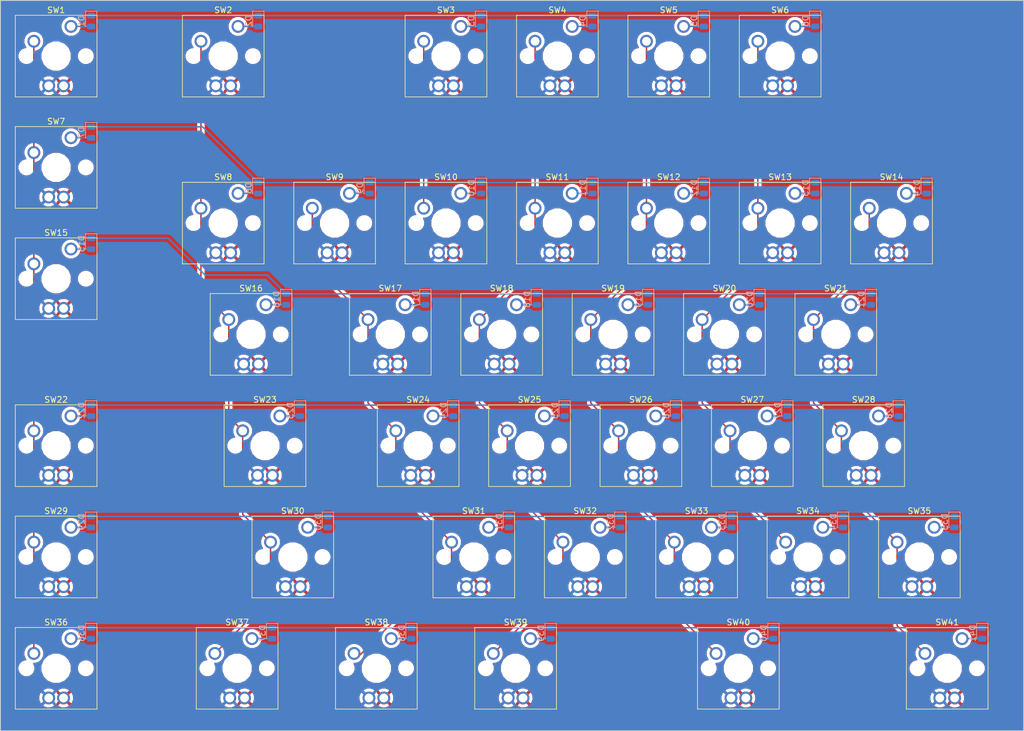
<source format=kicad_pcb>
(kicad_pcb (version 20171130) (host pcbnew 5.0.1)
  (layers (0 F.Cu signal) (31 B.Cu signal) (34 B.Paste user hide) (35 F.Paste user hide) (36 B.SilkS user) (37 F.SilkS user) (38 B.Mask user) (39 F.Mask user) (44 Edge.Cuts user))
  (net 0 "")
  (net 1 "Net-(D1-Pad2)")
  (net 2 "Net-(D2-Pad2)")
  (net 3 "Net-(D3-Pad2)")
  (net 4 "Net-(D4-Pad2)")
  (net 5 ROW1)
  (net 6 ROW2)
  (net 7 COL2)
  (net 8 COL1)
  (net 9 GND)
  (net 10 5V)
  (net 11 "Net-(D5-Pad2)")
  (net 12 "Net-(D6-Pad2)")
  (net 13 "Net-(D7-Pad2)")
  (net 14 "Net-(D8-Pad2)")
  (net 15 "Net-(D9-Pad2)")
  (net 16 "Net-(D10-Pad2)")
  (net 17 "Net-(D11-Pad2)")
  (net 18 "Net-(D12-Pad2)")
  (net 19 "Net-(D13-Pad2)")
  (net 20 "Net-(D14-Pad2)")
  (net 21 "Net-(D15-Pad2)")
  (net 22 ROW3)
  (net 23 "Net-(D16-Pad2)")
  (net 24 "Net-(D17-Pad2)")
  (net 25 "Net-(D18-Pad2)")
  (net 26 "Net-(D19-Pad2)")
  (net 27 "Net-(D20-Pad2)")
  (net 28 "Net-(D21-Pad2)")
  (net 29 "Net-(D22-Pad2)")
  (net 30 ROW4)
  (net 31 "Net-(D23-Pad2)")
  (net 32 "Net-(D24-Pad2)")
  (net 33 "Net-(D25-Pad2)")
  (net 34 "Net-(D26-Pad2)")
  (net 35 "Net-(D27-Pad2)")
  (net 36 "Net-(D28-Pad2)")
  (net 37 "Net-(D29-Pad2)")
  (net 38 ROW5)
  (net 39 "Net-(D30-Pad2)")
  (net 40 "Net-(D31-Pad2)")
  (net 41 "Net-(D32-Pad2)")
  (net 42 "Net-(D33-Pad2)")
  (net 43 "Net-(D34-Pad2)")
  (net 44 "Net-(D35-Pad2)")
  (net 45 "Net-(D36-Pad2)")
  (net 46 "Net-(D37-Pad2)")
  (net 47 ROW6)
  (net 48 "Net-(D38-Pad2)")
  (net 49 "Net-(D39-Pad2)")
  (net 50 "Net-(D40-Pad2)")
  (net 51 "Net-(D41-Pad2)")
  (net 52 COL4)
  (net 53 COL5)
  (net 54 COL6)
  (net 55 COL7)
  (net 56 COL3)
  (net 57 COL8)
  (module Diode_SMD:D_0805_2012Metric (layer B.Cu) (at 50.525 38.525 270)
    (fp_text reference D1 (at 0 1.65 270) (layer B.SilkS) (effects (justify mirror)))
    (fp_text value 1N4148)
    (pad 2 smd roundrect (at 0.9375 0 270) (size 0.975 1.4) (layers B.Cu B.Paste B.Mask) (net 1 "Net-(D1-Pad2)"))
    (pad 1 smd roundrect (at -0.9375 0 270) (size 0.975 1.4) (layers B.Cu B.Paste B.Mask) (net 5 ROW1))
  )
  (module Diode_SMD:D_0805_2012Metric (layer B.Cu) (at 79.1 38.525 270)
    (fp_text reference D2 (at 0 1.65 270) (layer B.SilkS) (effects (justify mirror)))
    (fp_text value 1N4148)
    (pad 2 smd roundrect (at 0.9375 0 270) (size 0.975 1.4) (layers B.Cu B.Paste B.Mask) (net 2 "Net-(D2-Pad2)"))
    (pad 1 smd roundrect (at -0.9375 0 270) (size 0.975 1.4) (layers B.Cu B.Paste B.Mask) (net 5 ROW1))
  )
  (module Diode_SMD:D_0805_2012Metric (layer B.Cu) (at 117.2 38.525 270)
    (fp_text reference D3 (at 0 1.65 270) (layer B.SilkS) (effects (justify mirror)))
    (fp_text value 1N4148)
    (pad 1 smd roundrect (at -0.9375 0 270) (size 0.975 1.4) (layers B.Cu B.Paste B.Mask) (net 5 ROW1))
    (pad 2 smd roundrect (at 0.9375 0 270) (size 0.975 1.4) (layers B.Cu B.Paste B.Mask) (net 3 "Net-(D3-Pad2)"))
  )
  (module Diode_SMD:D_0805_2012Metric (layer B.Cu) (at 136.25 38.525 270)
    (fp_text reference D4 (at 0 1.65 270) (layer B.SilkS) (effects (justify mirror)))
    (fp_text value 1N4148)
    (pad 1 smd roundrect (at -0.9375 0 270) (size 0.975 1.4) (layers B.Cu B.Paste B.Mask) (net 5 ROW1))
    (pad 2 smd roundrect (at 0.9375 0 270) (size 0.975 1.4) (layers B.Cu B.Paste B.Mask) (net 4 "Net-(D4-Pad2)"))
  )
  (module Diode_SMD:D_0805_2012Metric (layer B.Cu) (at 155.3 38.525 270)
    (fp_text reference D5 (at 0 1.65 270) (layer B.SilkS) (effects (justify mirror)))
    (fp_text value 1N4148)
    (pad 2 smd roundrect (at 0.9375 0 270) (size 0.975 1.4) (layers B.Cu B.Paste B.Mask) (net 11 "Net-(D5-Pad2)"))
    (pad 1 smd roundrect (at -0.9375 0 270) (size 0.975 1.4) (layers B.Cu B.Paste B.Mask) (net 5 ROW1))
  )
  (module Diode_SMD:D_0805_2012Metric (layer B.Cu) (at 174.35 38.525 270)
    (fp_text reference D6 (at 0 1.65 270) (layer B.SilkS) (effects (justify mirror)))
    (fp_text value 1N4148)
    (pad 2 smd roundrect (at 0.9375 0 270) (size 0.975 1.4) (layers B.Cu B.Paste B.Mask) (net 12 "Net-(D6-Pad2)"))
    (pad 1 smd roundrect (at -0.9375 0 270) (size 0.975 1.4) (layers B.Cu B.Paste B.Mask) (net 5 ROW1))
  )
  (module Diode_SMD:D_0805_2012Metric (layer B.Cu) (at 50.525 57.575 270)
    (fp_text reference D7 (at 0 1.65 270) (layer B.SilkS) (effects (justify mirror)))
    (fp_text value 1N4148)
    (pad 1 smd roundrect (at -0.9375 0 270) (size 0.975 1.4) (layers B.Cu B.Paste B.Mask) (net 6 ROW2))
    (pad 2 smd roundrect (at 0.9375 0 270) (size 0.975 1.4) (layers B.Cu B.Paste B.Mask) (net 13 "Net-(D7-Pad2)"))
  )
  (module Diode_SMD:D_0805_2012Metric (layer B.Cu) (at 79.1 67.1 270)
    (fp_text reference D8 (at 0 1.65 270) (layer B.SilkS) (effects (justify mirror)))
    (fp_text value 1N4148)
    (pad 1 smd roundrect (at -0.9375 0 270) (size 0.975 1.4) (layers B.Cu B.Paste B.Mask) (net 6 ROW2))
    (pad 2 smd roundrect (at 0.9375 0 270) (size 0.975 1.4) (layers B.Cu B.Paste B.Mask) (net 14 "Net-(D8-Pad2)"))
  )
  (module Diode_SMD:D_0805_2012Metric (layer B.Cu) (at 98.15 67.1 270)
    (fp_text reference D9 (at 0 1.65 270) (layer B.SilkS) (effects (justify mirror)))
    (fp_text value 1N4148)
    (pad 2 smd roundrect (at 0.9375 0 270) (size 0.975 1.4) (layers B.Cu B.Paste B.Mask) (net 15 "Net-(D9-Pad2)"))
    (pad 1 smd roundrect (at -0.9375 0 270) (size 0.975 1.4) (layers B.Cu B.Paste B.Mask) (net 6 ROW2))
  )
  (module Diode_SMD:D_0805_2012Metric (layer B.Cu) (at 117.2 67.1 270)
    (fp_text reference D10 (at 0 1.65 270) (layer B.SilkS) (effects (justify mirror)))
    (fp_text value 1N4148)
    (pad 2 smd roundrect (at 0.9375 0 270) (size 0.975 1.4) (layers B.Cu B.Paste B.Mask) (net 16 "Net-(D10-Pad2)"))
    (pad 1 smd roundrect (at -0.9375 0 270) (size 0.975 1.4) (layers B.Cu B.Paste B.Mask) (net 6 ROW2))
  )
  (module Diode_SMD:D_0805_2012Metric (layer B.Cu) (at 136.25 67.1 270)
    (fp_text reference D11 (at 0 1.65 270) (layer B.SilkS) (effects (justify mirror)))
    (fp_text value 1N4148)
    (pad 1 smd roundrect (at -0.9375 0 270) (size 0.975 1.4) (layers B.Cu B.Paste B.Mask) (net 6 ROW2))
    (pad 2 smd roundrect (at 0.9375 0 270) (size 0.975 1.4) (layers B.Cu B.Paste B.Mask) (net 17 "Net-(D11-Pad2)"))
  )
  (module Diode_SMD:D_0805_2012Metric (layer B.Cu) (at 155.3 67.1 270)
    (fp_text reference D12 (at 0 1.65 270) (layer B.SilkS) (effects (justify mirror)))
    (fp_text value 1N4148)
    (pad 1 smd roundrect (at -0.9375 0 270) (size 0.975 1.4) (layers B.Cu B.Paste B.Mask) (net 6 ROW2))
    (pad 2 smd roundrect (at 0.9375 0 270) (size 0.975 1.4) (layers B.Cu B.Paste B.Mask) (net 18 "Net-(D12-Pad2)"))
  )
  (module Diode_SMD:D_0805_2012Metric (layer B.Cu) (at 174.35 67.1 270)
    (fp_text reference D13 (at 0 1.65 270) (layer B.SilkS) (effects (justify mirror)))
    (fp_text value 1N4148)
    (pad 2 smd roundrect (at 0.9375 0 270) (size 0.975 1.4) (layers B.Cu B.Paste B.Mask) (net 19 "Net-(D13-Pad2)"))
    (pad 1 smd roundrect (at -0.9375 0 270) (size 0.975 1.4) (layers B.Cu B.Paste B.Mask) (net 6 ROW2))
  )
  (module Diode_SMD:D_0805_2012Metric (layer B.Cu) (at 193.4 67.1 270)
    (fp_text reference D14 (at 0 1.65 270) (layer B.SilkS) (effects (justify mirror)))
    (fp_text value 1N4148)
    (pad 1 smd roundrect (at -0.9375 0 270) (size 0.975 1.4) (layers B.Cu B.Paste B.Mask) (net 6 ROW2))
    (pad 2 smd roundrect (at 0.9375 0 270) (size 0.975 1.4) (layers B.Cu B.Paste B.Mask) (net 20 "Net-(D14-Pad2)"))
  )
  (module Diode_SMD:D_0805_2012Metric (layer B.Cu) (at 50.525 76.625 270)
    (fp_text reference D15 (at 0 1.65 270) (layer B.SilkS) (effects (justify mirror)))
    (fp_text value 1N4148)
    (pad 2 smd roundrect (at 0.9375 0 270) (size 0.975 1.4) (layers B.Cu B.Paste B.Mask) (net 21 "Net-(D15-Pad2)"))
    (pad 1 smd roundrect (at -0.9375 0 270) (size 0.975 1.4) (layers B.Cu B.Paste B.Mask) (net 22 ROW3))
  )
  (module Diode_SMD:D_0805_2012Metric (layer B.Cu) (at 83.8625 86.15 270)
    (fp_text reference D16 (at 0 1.65 270) (layer B.SilkS) (effects (justify mirror)))
    (fp_text value 1N4148)
    (pad 2 smd roundrect (at 0.9375 0 270) (size 0.975 1.4) (layers B.Cu B.Paste B.Mask) (net 23 "Net-(D16-Pad2)"))
    (pad 1 smd roundrect (at -0.9375 0 270) (size 0.975 1.4) (layers B.Cu B.Paste B.Mask) (net 22 ROW3))
  )
  (module Diode_SMD:D_0805_2012Metric (layer B.Cu) (at 107.675 86.15 270)
    (fp_text reference D17 (at 0 1.65 270) (layer B.SilkS) (effects (justify mirror)))
    (fp_text value 1N4148)
    (pad 1 smd roundrect (at -0.9375 0 270) (size 0.975 1.4) (layers B.Cu B.Paste B.Mask) (net 22 ROW3))
    (pad 2 smd roundrect (at 0.9375 0 270) (size 0.975 1.4) (layers B.Cu B.Paste B.Mask) (net 24 "Net-(D17-Pad2)"))
  )
  (module Diode_SMD:D_0805_2012Metric (layer B.Cu) (at 126.725 86.15 270)
    (fp_text reference D18 (at 0 1.65 270) (layer B.SilkS) (effects (justify mirror)))
    (fp_text value 1N4148)
    (pad 2 smd roundrect (at 0.9375 0 270) (size 0.975 1.4) (layers B.Cu B.Paste B.Mask) (net 25 "Net-(D18-Pad2)"))
    (pad 1 smd roundrect (at -0.9375 0 270) (size 0.975 1.4) (layers B.Cu B.Paste B.Mask) (net 22 ROW3))
  )
  (module Diode_SMD:D_0805_2012Metric (layer B.Cu) (at 145.775 86.15 270)
    (fp_text reference D19 (at 0 1.65 270) (layer B.SilkS) (effects (justify mirror)))
    (fp_text value 1N4148)
    (pad 1 smd roundrect (at -0.9375 0 270) (size 0.975 1.4) (layers B.Cu B.Paste B.Mask) (net 22 ROW3))
    (pad 2 smd roundrect (at 0.9375 0 270) (size 0.975 1.4) (layers B.Cu B.Paste B.Mask) (net 26 "Net-(D19-Pad2)"))
  )
  (module Diode_SMD:D_0805_2012Metric (layer B.Cu) (at 164.825 86.15 270)
    (fp_text reference D20 (at 0 1.65 270) (layer B.SilkS) (effects (justify mirror)))
    (fp_text value 1N4148)
    (pad 1 smd roundrect (at -0.9375 0 270) (size 0.975 1.4) (layers B.Cu B.Paste B.Mask) (net 22 ROW3))
    (pad 2 smd roundrect (at 0.9375 0 270) (size 0.975 1.4) (layers B.Cu B.Paste B.Mask) (net 27 "Net-(D20-Pad2)"))
  )
  (module Diode_SMD:D_0805_2012Metric (layer B.Cu) (at 183.875 86.15 270)
    (fp_text reference D21 (at 0 1.65 270) (layer B.SilkS) (effects (justify mirror)))
    (fp_text value 1N4148)
    (pad 2 smd roundrect (at 0.9375 0 270) (size 0.975 1.4) (layers B.Cu B.Paste B.Mask) (net 28 "Net-(D21-Pad2)"))
    (pad 1 smd roundrect (at -0.9375 0 270) (size 0.975 1.4) (layers B.Cu B.Paste B.Mask) (net 22 ROW3))
  )
  (module Diode_SMD:D_0805_2012Metric (layer B.Cu) (at 50.525 105.2 270)
    (fp_text reference D22 (at 0 1.65 270) (layer B.SilkS) (effects (justify mirror)))
    (fp_text value 1N4148)
    (pad 1 smd roundrect (at -0.9375 0 270) (size 0.975 1.4) (layers B.Cu B.Paste B.Mask) (net 30 ROW4))
    (pad 2 smd roundrect (at 0.9375 0 270) (size 0.975 1.4) (layers B.Cu B.Paste B.Mask) (net 29 "Net-(D22-Pad2)"))
  )
  (module Diode_SMD:D_0805_2012Metric (layer B.Cu) (at 86.24375 105.2 270)
    (fp_text reference D23 (at 0 1.65 270) (layer B.SilkS) (effects (justify mirror)))
    (fp_text value 1N4148)
    (pad 1 smd roundrect (at -0.9375 0 270) (size 0.975 1.4) (layers B.Cu B.Paste B.Mask) (net 30 ROW4))
    (pad 2 smd roundrect (at 0.9375 0 270) (size 0.975 1.4) (layers B.Cu B.Paste B.Mask) (net 31 "Net-(D23-Pad2)"))
  )
  (module Diode_SMD:D_0805_2012Metric (layer B.Cu) (at 112.4375 105.2 270)
    (fp_text reference D24 (at 0 1.65 270) (layer B.SilkS) (effects (justify mirror)))
    (fp_text value 1N4148)
    (pad 2 smd roundrect (at 0.9375 0 270) (size 0.975 1.4) (layers B.Cu B.Paste B.Mask) (net 32 "Net-(D24-Pad2)"))
    (pad 1 smd roundrect (at -0.9375 0 270) (size 0.975 1.4) (layers B.Cu B.Paste B.Mask) (net 30 ROW4))
  )
  (module Diode_SMD:D_0805_2012Metric (layer B.Cu) (at 131.4875 105.2 270)
    (fp_text reference D25 (at 0 1.65 270) (layer B.SilkS) (effects (justify mirror)))
    (fp_text value 1N4148)
    (pad 1 smd roundrect (at -0.9375 0 270) (size 0.975 1.4) (layers B.Cu B.Paste B.Mask) (net 30 ROW4))
    (pad 2 smd roundrect (at 0.9375 0 270) (size 0.975 1.4) (layers B.Cu B.Paste B.Mask) (net 33 "Net-(D25-Pad2)"))
  )
  (module Diode_SMD:D_0805_2012Metric (layer B.Cu) (at 150.5375 105.2 270)
    (fp_text reference D26 (at 0 1.65 270) (layer B.SilkS) (effects (justify mirror)))
    (fp_text value 1N4148)
    (pad 1 smd roundrect (at -0.9375 0 270) (size 0.975 1.4) (layers B.Cu B.Paste B.Mask) (net 30 ROW4))
    (pad 2 smd roundrect (at 0.9375 0 270) (size 0.975 1.4) (layers B.Cu B.Paste B.Mask) (net 34 "Net-(D26-Pad2)"))
  )
  (module Diode_SMD:D_0805_2012Metric (layer B.Cu) (at 169.5875 105.2 270)
    (fp_text reference D27 (at 0 1.65 270) (layer B.SilkS) (effects (justify mirror)))
    (fp_text value 1N4148)
    (pad 2 smd roundrect (at 0.9375 0 270) (size 0.975 1.4) (layers B.Cu B.Paste B.Mask) (net 35 "Net-(D27-Pad2)"))
    (pad 1 smd roundrect (at -0.9375 0 270) (size 0.975 1.4) (layers B.Cu B.Paste B.Mask) (net 30 ROW4))
  )
  (module Diode_SMD:D_0805_2012Metric (layer B.Cu) (at 188.6375 105.2 270)
    (fp_text reference D28 (at 0 1.65 270) (layer B.SilkS) (effects (justify mirror)))
    (fp_text value 1N4148)
    (pad 2 smd roundrect (at 0.9375 0 270) (size 0.975 1.4) (layers B.Cu B.Paste B.Mask) (net 36 "Net-(D28-Pad2)"))
    (pad 1 smd roundrect (at -0.9375 0 270) (size 0.975 1.4) (layers B.Cu B.Paste B.Mask) (net 30 ROW4))
  )
  (module Diode_SMD:D_0805_2012Metric (layer B.Cu) (at 50.525 124.25 270)
    (fp_text reference D29 (at 0 1.65 270) (layer B.SilkS) (effects (justify mirror)))
    (fp_text value 1N4148)
    (pad 2 smd roundrect (at 0.9375 0 270) (size 0.975 1.4) (layers B.Cu B.Paste B.Mask) (net 37 "Net-(D29-Pad2)"))
    (pad 1 smd roundrect (at -0.9375 0 270) (size 0.975 1.4) (layers B.Cu B.Paste B.Mask) (net 38 ROW5))
  )
  (module Diode_SMD:D_0805_2012Metric (layer B.Cu) (at 91.00625 124.25 270)
    (fp_text reference D30 (at 0 1.65 270) (layer B.SilkS) (effects (justify mirror)))
    (fp_text value 1N4148)
    (pad 2 smd roundrect (at 0.9375 0 270) (size 0.975 1.4) (layers B.Cu B.Paste B.Mask) (net 39 "Net-(D30-Pad2)"))
    (pad 1 smd roundrect (at -0.9375 0 270) (size 0.975 1.4) (layers B.Cu B.Paste B.Mask) (net 38 ROW5))
  )
  (module Diode_SMD:D_0805_2012Metric (layer B.Cu) (at 121.9625 124.25 270)
    (fp_text reference D31 (at 0 1.65 270) (layer B.SilkS) (effects (justify mirror)))
    (fp_text value 1N4148)
    (pad 1 smd roundrect (at -0.9375 0 270) (size 0.975 1.4) (layers B.Cu B.Paste B.Mask) (net 38 ROW5))
    (pad 2 smd roundrect (at 0.9375 0 270) (size 0.975 1.4) (layers B.Cu B.Paste B.Mask) (net 40 "Net-(D31-Pad2)"))
  )
  (module Diode_SMD:D_0805_2012Metric (layer B.Cu) (at 141.0125 124.25 270)
    (fp_text reference D32 (at 0 1.65 270) (layer B.SilkS) (effects (justify mirror)))
    (fp_text value 1N4148)
    (pad 2 smd roundrect (at 0.9375 0 270) (size 0.975 1.4) (layers B.Cu B.Paste B.Mask) (net 41 "Net-(D32-Pad2)"))
    (pad 1 smd roundrect (at -0.9375 0 270) (size 0.975 1.4) (layers B.Cu B.Paste B.Mask) (net 38 ROW5))
  )
  (module Diode_SMD:D_0805_2012Metric (layer B.Cu) (at 160.0625 124.25 270)
    (fp_text reference D33 (at 0 1.65 270) (layer B.SilkS) (effects (justify mirror)))
    (fp_text value 1N4148)
    (pad 2 smd roundrect (at 0.9375 0 270) (size 0.975 1.4) (layers B.Cu B.Paste B.Mask) (net 42 "Net-(D33-Pad2)"))
    (pad 1 smd roundrect (at -0.9375 0 270) (size 0.975 1.4) (layers B.Cu B.Paste B.Mask) (net 38 ROW5))
  )
  (module Diode_SMD:D_0805_2012Metric (layer B.Cu) (at 179.1125 124.25 270)
    (fp_text reference D34 (at 0 1.65 270) (layer B.SilkS) (effects (justify mirror)))
    (fp_text value 1N4148)
    (pad 2 smd roundrect (at 0.9375 0 270) (size 0.975 1.4) (layers B.Cu B.Paste B.Mask) (net 43 "Net-(D34-Pad2)"))
    (pad 1 smd roundrect (at -0.9375 0 270) (size 0.975 1.4) (layers B.Cu B.Paste B.Mask) (net 38 ROW5))
  )
  (module Diode_SMD:D_0805_2012Metric (layer B.Cu) (at 198.1625 124.25 270)
    (fp_text reference D35 (at 0 1.65 270) (layer B.SilkS) (effects (justify mirror)))
    (fp_text value 1N4148)
    (pad 1 smd roundrect (at -0.9375 0 270) (size 0.975 1.4) (layers B.Cu B.Paste B.Mask) (net 38 ROW5))
    (pad 2 smd roundrect (at 0.9375 0 270) (size 0.975 1.4) (layers B.Cu B.Paste B.Mask) (net 44 "Net-(D35-Pad2)"))
  )
  (module Diode_SMD:D_0805_2012Metric (layer B.Cu) (at 50.525 143.3 270)
    (fp_text reference D36 (at 0 1.65 270) (layer B.SilkS) (effects (justify mirror)))
    (fp_text value 1N4148)
    (pad 1 smd roundrect (at -0.9375 0 270) (size 0.975 1.4) (layers B.Cu B.Paste B.Mask) (net 47 ROW6))
    (pad 2 smd roundrect (at 0.9375 0 270) (size 0.975 1.4) (layers B.Cu B.Paste B.Mask) (net 45 "Net-(D36-Pad2)"))
  )
  (module Diode_SMD:D_0805_2012Metric (layer B.Cu) (at 81.48125 143.3 270)
    (fp_text reference D37 (at 0 1.65 270) (layer B.SilkS) (effects (justify mirror)))
    (fp_text value 1N4148)
    (pad 1 smd roundrect (at -0.9375 0 270) (size 0.975 1.4) (layers B.Cu B.Paste B.Mask) (net 47 ROW6))
    (pad 2 smd roundrect (at 0.9375 0 270) (size 0.975 1.4) (layers B.Cu B.Paste B.Mask) (net 46 "Net-(D37-Pad2)"))
  )
  (module Diode_SMD:D_0805_2012Metric (layer B.Cu) (at 105.29375 143.3 270)
    (fp_text reference D38 (at 0 1.65 270) (layer B.SilkS) (effects (justify mirror)))
    (fp_text value 1N4148)
    (pad 2 smd roundrect (at 0.9375 0 270) (size 0.975 1.4) (layers B.Cu B.Paste B.Mask) (net 48 "Net-(D38-Pad2)"))
    (pad 1 smd roundrect (at -0.9375 0 270) (size 0.975 1.4) (layers B.Cu B.Paste B.Mask) (net 47 ROW6))
  )
  (module Diode_SMD:D_0805_2012Metric (layer B.Cu) (at 129.10625 143.3 270)
    (fp_text reference D39 (at 0 1.65 270) (layer B.SilkS) (effects (justify mirror)))
    (fp_text value 1N4148)
    (pad 1 smd roundrect (at -0.9375 0 270) (size 0.975 1.4) (layers B.Cu B.Paste B.Mask) (net 47 ROW6))
    (pad 2 smd roundrect (at 0.9375 0 270) (size 0.975 1.4) (layers B.Cu B.Paste B.Mask) (net 49 "Net-(D39-Pad2)"))
  )
  (module Diode_SMD:D_0805_2012Metric (layer B.Cu) (at 167.20625 143.3 270)
    (fp_text reference D40 (at 0 1.65 270) (layer B.SilkS) (effects (justify mirror)))
    (fp_text value 1N4148)
    (pad 1 smd roundrect (at -0.9375 0 270) (size 0.975 1.4) (layers B.Cu B.Paste B.Mask) (net 47 ROW6))
    (pad 2 smd roundrect (at 0.9375 0 270) (size 0.975 1.4) (layers B.Cu B.Paste B.Mask) (net 50 "Net-(D40-Pad2)"))
  )
  (module Diode_SMD:D_0805_2012Metric (layer B.Cu) (at 202.925 143.3 270)
    (fp_text reference D41 (at 0 1.65 270) (layer B.SilkS) (effects (justify mirror)))
    (fp_text value 1N4148)
    (pad 1 smd roundrect (at -0.9375 0 270) (size 0.975 1.4) (layers B.Cu B.Paste B.Mask) (net 47 ROW6))
    (pad 2 smd roundrect (at 0.9375 0 270) (size 0.975 1.4) (layers B.Cu B.Paste B.Mask) (net 51 "Net-(D41-Pad2)"))
  )
  (module split_keyboard:SW_Cherry_MX1A_1.00u_PCB (layer F.Cu) (at 44.525 44.525)
    (fp_text reference SW1 (at 0 -7.874) (layer F.SilkS))
    (fp_text value SW_Push_LED)
    (pad "" np_thru_hole circle (at 5.08 0) (size 1.7 1.7) (drill 1.7) (layers *.Cu *.Mask))
    (pad "" np_thru_hole circle (at -5.08 0) (size 1.7 1.7) (drill 1.7) (layers *.Cu *.Mask))
    (pad "" np_thru_hole circle (at 0 0) (size 4 4) (drill 4) (layers *.Cu *.Mask))
    (pad 4 thru_hole circle (at 1.27 5.08) (size 2.2 2.2) (drill 1.5) (layers *.Cu *.Mask) (net 10 5V))
    (pad 3 thru_hole circle (at -1.27 5.08) (size 2.2 2.2) (drill 1.5) (layers *.Cu *.Mask) (net 9 GND))
    (pad 2 thru_hole circle (at -3.81 -2.54) (size 2.2 2.2) (drill 1.5) (layers *.Cu *.Mask) (net 8 COL1))
    (pad 1 thru_hole circle (at 2.54 -5.08) (size 2.2 2.2) (drill 1.5) (layers *.Cu *.Mask) (net 1 "Net-(D1-Pad2)"))
  )
  (module split_keyboard:SW_Cherry_MX1A_1.00u_PCB (layer F.Cu) (at 73.1 44.525)
    (fp_text reference SW2 (at 0 -7.874) (layer F.SilkS))
    (fp_text value SW_Push_LED)
    (pad "" np_thru_hole circle (at 5.08 0) (size 1.7 1.7) (drill 1.7) (layers *.Cu *.Mask))
    (pad "" np_thru_hole circle (at -5.08 0) (size 1.7 1.7) (drill 1.7) (layers *.Cu *.Mask))
    (pad "" np_thru_hole circle (at 0 0) (size 4 4) (drill 4) (layers *.Cu *.Mask))
    (pad 4 thru_hole circle (at 1.27 5.08) (size 2.2 2.2) (drill 1.5) (layers *.Cu *.Mask) (net 10 5V))
    (pad 3 thru_hole circle (at -1.27 5.08) (size 2.2 2.2) (drill 1.5) (layers *.Cu *.Mask) (net 9 GND))
    (pad 2 thru_hole circle (at -3.81 -2.54) (size 2.2 2.2) (drill 1.5) (layers *.Cu *.Mask) (net 7 COL2))
    (pad 1 thru_hole circle (at 2.54 -5.08) (size 2.2 2.2) (drill 1.5) (layers *.Cu *.Mask) (net 2 "Net-(D2-Pad2)"))
  )
  (module split_keyboard:SW_Cherry_MX1A_1.00u_PCB (layer F.Cu) (at 111.2 44.525)
    (fp_text reference SW3 (at 0 -7.874) (layer F.SilkS))
    (fp_text value SW_Push_LED)
    (pad "" np_thru_hole circle (at 5.08 0) (size 1.7 1.7) (drill 1.7) (layers *.Cu *.Mask))
    (pad "" np_thru_hole circle (at -5.08 0) (size 1.7 1.7) (drill 1.7) (layers *.Cu *.Mask))
    (pad "" np_thru_hole circle (at 0 0) (size 4 4) (drill 4) (layers *.Cu *.Mask))
    (pad 4 thru_hole circle (at 1.27 5.08) (size 2.2 2.2) (drill 1.5) (layers *.Cu *.Mask) (net 10 5V))
    (pad 3 thru_hole circle (at -1.27 5.08) (size 2.2 2.2) (drill 1.5) (layers *.Cu *.Mask) (net 9 GND))
    (pad 2 thru_hole circle (at -3.81 -2.54) (size 2.2 2.2) (drill 1.5) (layers *.Cu *.Mask) (net 52 COL4))
    (pad 1 thru_hole circle (at 2.54 -5.08) (size 2.2 2.2) (drill 1.5) (layers *.Cu *.Mask) (net 3 "Net-(D3-Pad2)"))
  )
  (module split_keyboard:SW_Cherry_MX1A_1.00u_PCB (layer F.Cu) (at 130.25 44.525)
    (fp_text reference SW4 (at 0 -7.874) (layer F.SilkS))
    (fp_text value SW_Push_LED)
    (pad 1 thru_hole circle (at 2.54 -5.08) (size 2.2 2.2) (drill 1.5) (layers *.Cu *.Mask) (net 4 "Net-(D4-Pad2)"))
    (pad 2 thru_hole circle (at -3.81 -2.54) (size 2.2 2.2) (drill 1.5) (layers *.Cu *.Mask) (net 53 COL5))
    (pad 3 thru_hole circle (at -1.27 5.08) (size 2.2 2.2) (drill 1.5) (layers *.Cu *.Mask) (net 9 GND))
    (pad 4 thru_hole circle (at 1.27 5.08) (size 2.2 2.2) (drill 1.5) (layers *.Cu *.Mask) (net 10 5V))
    (pad "" np_thru_hole circle (at 0 0) (size 4 4) (drill 4) (layers *.Cu *.Mask))
    (pad "" np_thru_hole circle (at -5.08 0) (size 1.7 1.7) (drill 1.7) (layers *.Cu *.Mask))
    (pad "" np_thru_hole circle (at 5.08 0) (size 1.7 1.7) (drill 1.7) (layers *.Cu *.Mask))
  )
  (module split_keyboard:SW_Cherry_MX1A_1.00u_PCB (layer F.Cu) (at 149.3 44.525)
    (fp_text reference SW5 (at 0 -7.874) (layer F.SilkS))
    (fp_text value SW_Push_LED)
    (pad 1 thru_hole circle (at 2.54 -5.08) (size 2.2 2.2) (drill 1.5) (layers *.Cu *.Mask) (net 11 "Net-(D5-Pad2)"))
    (pad 2 thru_hole circle (at -3.81 -2.54) (size 2.2 2.2) (drill 1.5) (layers *.Cu *.Mask) (net 54 COL6))
    (pad 3 thru_hole circle (at -1.27 5.08) (size 2.2 2.2) (drill 1.5) (layers *.Cu *.Mask) (net 9 GND))
    (pad 4 thru_hole circle (at 1.27 5.08) (size 2.2 2.2) (drill 1.5) (layers *.Cu *.Mask) (net 10 5V))
    (pad "" np_thru_hole circle (at 0 0) (size 4 4) (drill 4) (layers *.Cu *.Mask))
    (pad "" np_thru_hole circle (at -5.08 0) (size 1.7 1.7) (drill 1.7) (layers *.Cu *.Mask))
    (pad "" np_thru_hole circle (at 5.08 0) (size 1.7 1.7) (drill 1.7) (layers *.Cu *.Mask))
  )
  (module split_keyboard:SW_Cherry_MX1A_1.00u_PCB (layer F.Cu) (at 168.35 44.525)
    (fp_text reference SW6 (at 0 -7.874) (layer F.SilkS))
    (fp_text value SW_Push_LED)
    (pad "" np_thru_hole circle (at 5.08 0) (size 1.7 1.7) (drill 1.7) (layers *.Cu *.Mask))
    (pad "" np_thru_hole circle (at -5.08 0) (size 1.7 1.7) (drill 1.7) (layers *.Cu *.Mask))
    (pad "" np_thru_hole circle (at 0 0) (size 4 4) (drill 4) (layers *.Cu *.Mask))
    (pad 4 thru_hole circle (at 1.27 5.08) (size 2.2 2.2) (drill 1.5) (layers *.Cu *.Mask) (net 10 5V))
    (pad 3 thru_hole circle (at -1.27 5.08) (size 2.2 2.2) (drill 1.5) (layers *.Cu *.Mask) (net 9 GND))
    (pad 2 thru_hole circle (at -3.81 -2.54) (size 2.2 2.2) (drill 1.5) (layers *.Cu *.Mask) (net 55 COL7))
    (pad 1 thru_hole circle (at 2.54 -5.08) (size 2.2 2.2) (drill 1.5) (layers *.Cu *.Mask) (net 12 "Net-(D6-Pad2)"))
  )
  (module split_keyboard:SW_Cherry_MX1A_1.00u_PCB (layer F.Cu) (at 44.525 63.575)
    (fp_text reference SW7 (at 0 -7.874) (layer F.SilkS))
    (fp_text value SW_Push_LED)
    (pad "" np_thru_hole circle (at 5.08 0) (size 1.7 1.7) (drill 1.7) (layers *.Cu *.Mask))
    (pad "" np_thru_hole circle (at -5.08 0) (size 1.7 1.7) (drill 1.7) (layers *.Cu *.Mask))
    (pad "" np_thru_hole circle (at 0 0) (size 4 4) (drill 4) (layers *.Cu *.Mask))
    (pad 4 thru_hole circle (at 1.27 5.08) (size 2.2 2.2) (drill 1.5) (layers *.Cu *.Mask) (net 10 5V))
    (pad 3 thru_hole circle (at -1.27 5.08) (size 2.2 2.2) (drill 1.5) (layers *.Cu *.Mask) (net 9 GND))
    (pad 2 thru_hole circle (at -3.81 -2.54) (size 2.2 2.2) (drill 1.5) (layers *.Cu *.Mask) (net 8 COL1))
    (pad 1 thru_hole circle (at 2.54 -5.08) (size 2.2 2.2) (drill 1.5) (layers *.Cu *.Mask) (net 13 "Net-(D7-Pad2)"))
  )
  (module split_keyboard:SW_Cherry_MX1A_1.00u_PCB (layer F.Cu) (at 73.1 73.1)
    (fp_text reference SW8 (at 0 -7.874) (layer F.SilkS))
    (fp_text value SW_Push_LED)
    (pad "" np_thru_hole circle (at 5.08 0) (size 1.7 1.7) (drill 1.7) (layers *.Cu *.Mask))
    (pad "" np_thru_hole circle (at -5.08 0) (size 1.7 1.7) (drill 1.7) (layers *.Cu *.Mask))
    (pad "" np_thru_hole circle (at 0 0) (size 4 4) (drill 4) (layers *.Cu *.Mask))
    (pad 4 thru_hole circle (at 1.27 5.08) (size 2.2 2.2) (drill 1.5) (layers *.Cu *.Mask) (net 10 5V))
    (pad 3 thru_hole circle (at -1.27 5.08) (size 2.2 2.2) (drill 1.5) (layers *.Cu *.Mask) (net 9 GND))
    (pad 2 thru_hole circle (at -3.81 -2.54) (size 2.2 2.2) (drill 1.5) (layers *.Cu *.Mask) (net 7 COL2))
    (pad 1 thru_hole circle (at 2.54 -5.08) (size 2.2 2.2) (drill 1.5) (layers *.Cu *.Mask) (net 14 "Net-(D8-Pad2)"))
  )
  (module split_keyboard:SW_Cherry_MX1A_1.00u_PCB (layer F.Cu) (at 92.15 73.1)
    (fp_text reference SW9 (at 0 -7.874) (layer F.SilkS))
    (fp_text value SW_Push_LED)
    (pad "" np_thru_hole circle (at 5.08 0) (size 1.7 1.7) (drill 1.7) (layers *.Cu *.Mask))
    (pad "" np_thru_hole circle (at -5.08 0) (size 1.7 1.7) (drill 1.7) (layers *.Cu *.Mask))
    (pad "" np_thru_hole circle (at 0 0) (size 4 4) (drill 4) (layers *.Cu *.Mask))
    (pad 4 thru_hole circle (at 1.27 5.08) (size 2.2 2.2) (drill 1.5) (layers *.Cu *.Mask) (net 10 5V))
    (pad 3 thru_hole circle (at -1.27 5.08) (size 2.2 2.2) (drill 1.5) (layers *.Cu *.Mask) (net 9 GND))
    (pad 2 thru_hole circle (at -3.81 -2.54) (size 2.2 2.2) (drill 1.5) (layers *.Cu *.Mask) (net 56 COL3))
    (pad 1 thru_hole circle (at 2.54 -5.08) (size 2.2 2.2) (drill 1.5) (layers *.Cu *.Mask) (net 15 "Net-(D9-Pad2)"))
  )
  (module split_keyboard:SW_Cherry_MX1A_1.00u_PCB (layer F.Cu) (at 111.2 73.1)
    (fp_text reference SW10 (at 0 -7.874) (layer F.SilkS))
    (fp_text value SW_Push_LED)
    (pad "" np_thru_hole circle (at 5.08 0) (size 1.7 1.7) (drill 1.7) (layers *.Cu *.Mask))
    (pad "" np_thru_hole circle (at -5.08 0) (size 1.7 1.7) (drill 1.7) (layers *.Cu *.Mask))
    (pad "" np_thru_hole circle (at 0 0) (size 4 4) (drill 4) (layers *.Cu *.Mask))
    (pad 4 thru_hole circle (at 1.27 5.08) (size 2.2 2.2) (drill 1.5) (layers *.Cu *.Mask) (net 10 5V))
    (pad 3 thru_hole circle (at -1.27 5.08) (size 2.2 2.2) (drill 1.5) (layers *.Cu *.Mask) (net 9 GND))
    (pad 2 thru_hole circle (at -3.81 -2.54) (size 2.2 2.2) (drill 1.5) (layers *.Cu *.Mask) (net 52 COL4))
    (pad 1 thru_hole circle (at 2.54 -5.08) (size 2.2 2.2) (drill 1.5) (layers *.Cu *.Mask) (net 16 "Net-(D10-Pad2)"))
  )
  (module split_keyboard:SW_Cherry_MX1A_1.00u_PCB (layer F.Cu) (at 130.25 73.1)
    (fp_text reference SW11 (at 0 -7.874) (layer F.SilkS))
    (fp_text value SW_Push_LED)
    (pad 1 thru_hole circle (at 2.54 -5.08) (size 2.2 2.2) (drill 1.5) (layers *.Cu *.Mask) (net 17 "Net-(D11-Pad2)"))
    (pad 2 thru_hole circle (at -3.81 -2.54) (size 2.2 2.2) (drill 1.5) (layers *.Cu *.Mask) (net 53 COL5))
    (pad 3 thru_hole circle (at -1.27 5.08) (size 2.2 2.2) (drill 1.5) (layers *.Cu *.Mask) (net 9 GND))
    (pad 4 thru_hole circle (at 1.27 5.08) (size 2.2 2.2) (drill 1.5) (layers *.Cu *.Mask) (net 10 5V))
    (pad "" np_thru_hole circle (at 0 0) (size 4 4) (drill 4) (layers *.Cu *.Mask))
    (pad "" np_thru_hole circle (at -5.08 0) (size 1.7 1.7) (drill 1.7) (layers *.Cu *.Mask))
    (pad "" np_thru_hole circle (at 5.08 0) (size 1.7 1.7) (drill 1.7) (layers *.Cu *.Mask))
  )
  (module split_keyboard:SW_Cherry_MX1A_1.00u_PCB (layer F.Cu) (at 149.3 73.1)
    (fp_text reference SW12 (at 0 -7.874) (layer F.SilkS))
    (fp_text value SW_Push_LED)
    (pad "" np_thru_hole circle (at 5.08 0) (size 1.7 1.7) (drill 1.7) (layers *.Cu *.Mask))
    (pad "" np_thru_hole circle (at -5.08 0) (size 1.7 1.7) (drill 1.7) (layers *.Cu *.Mask))
    (pad "" np_thru_hole circle (at 0 0) (size 4 4) (drill 4) (layers *.Cu *.Mask))
    (pad 4 thru_hole circle (at 1.27 5.08) (size 2.2 2.2) (drill 1.5) (layers *.Cu *.Mask) (net 10 5V))
    (pad 3 thru_hole circle (at -1.27 5.08) (size 2.2 2.2) (drill 1.5) (layers *.Cu *.Mask) (net 9 GND))
    (pad 2 thru_hole circle (at -3.81 -2.54) (size 2.2 2.2) (drill 1.5) (layers *.Cu *.Mask) (net 54 COL6))
    (pad 1 thru_hole circle (at 2.54 -5.08) (size 2.2 2.2) (drill 1.5) (layers *.Cu *.Mask) (net 18 "Net-(D12-Pad2)"))
  )
  (module split_keyboard:SW_Cherry_MX1A_1.00u_PCB (layer F.Cu) (at 168.35 73.1)
    (fp_text reference SW13 (at 0 -7.874) (layer F.SilkS))
    (fp_text value SW_Push_LED)
    (pad 1 thru_hole circle (at 2.54 -5.08) (size 2.2 2.2) (drill 1.5) (layers *.Cu *.Mask) (net 19 "Net-(D13-Pad2)"))
    (pad 2 thru_hole circle (at -3.81 -2.54) (size 2.2 2.2) (drill 1.5) (layers *.Cu *.Mask) (net 55 COL7))
    (pad 3 thru_hole circle (at -1.27 5.08) (size 2.2 2.2) (drill 1.5) (layers *.Cu *.Mask) (net 9 GND))
    (pad 4 thru_hole circle (at 1.27 5.08) (size 2.2 2.2) (drill 1.5) (layers *.Cu *.Mask) (net 10 5V))
    (pad "" np_thru_hole circle (at 0 0) (size 4 4) (drill 4) (layers *.Cu *.Mask))
    (pad "" np_thru_hole circle (at -5.08 0) (size 1.7 1.7) (drill 1.7) (layers *.Cu *.Mask))
    (pad "" np_thru_hole circle (at 5.08 0) (size 1.7 1.7) (drill 1.7) (layers *.Cu *.Mask))
  )
  (module split_keyboard:SW_Cherry_MX1A_1.00u_PCB (layer F.Cu) (at 187.4 73.1)
    (fp_text reference SW14 (at 0 -7.874) (layer F.SilkS))
    (fp_text value SW_Push_LED)
    (pad 1 thru_hole circle (at 2.54 -5.08) (size 2.2 2.2) (drill 1.5) (layers *.Cu *.Mask) (net 20 "Net-(D14-Pad2)"))
    (pad 2 thru_hole circle (at -3.81 -2.54) (size 2.2 2.2) (drill 1.5) (layers *.Cu *.Mask) (net 57 COL8))
    (pad 3 thru_hole circle (at -1.27 5.08) (size 2.2 2.2) (drill 1.5) (layers *.Cu *.Mask) (net 9 GND))
    (pad 4 thru_hole circle (at 1.27 5.08) (size 2.2 2.2) (drill 1.5) (layers *.Cu *.Mask) (net 10 5V))
    (pad "" np_thru_hole circle (at 0 0) (size 4 4) (drill 4) (layers *.Cu *.Mask))
    (pad "" np_thru_hole circle (at -5.08 0) (size 1.7 1.7) (drill 1.7) (layers *.Cu *.Mask))
    (pad "" np_thru_hole circle (at 5.08 0) (size 1.7 1.7) (drill 1.7) (layers *.Cu *.Mask))
  )
  (module split_keyboard:SW_Cherry_MX1A_1.00u_PCB (layer F.Cu) (at 44.525 82.625)
    (fp_text reference SW15 (at 0 -7.874) (layer F.SilkS))
    (fp_text value SW_Push_LED)
    (pad 1 thru_hole circle (at 2.54 -5.08) (size 2.2 2.2) (drill 1.5) (layers *.Cu *.Mask) (net 21 "Net-(D15-Pad2)"))
    (pad 2 thru_hole circle (at -3.81 -2.54) (size 2.2 2.2) (drill 1.5) (layers *.Cu *.Mask) (net 8 COL1))
    (pad 3 thru_hole circle (at -1.27 5.08) (size 2.2 2.2) (drill 1.5) (layers *.Cu *.Mask) (net 9 GND))
    (pad 4 thru_hole circle (at 1.27 5.08) (size 2.2 2.2) (drill 1.5) (layers *.Cu *.Mask) (net 10 5V))
    (pad "" np_thru_hole circle (at 0 0) (size 4 4) (drill 4) (layers *.Cu *.Mask))
    (pad "" np_thru_hole circle (at -5.08 0) (size 1.7 1.7) (drill 1.7) (layers *.Cu *.Mask))
    (pad "" np_thru_hole circle (at 5.08 0) (size 1.7 1.7) (drill 1.7) (layers *.Cu *.Mask))
  )
  (module split_keyboard:SW_Cherry_MX1A_1.00u_PCB (layer F.Cu) (at 77.8625 92.15)
    (fp_text reference SW16 (at 0 -7.874) (layer F.SilkS))
    (fp_text value SW_Push_LED)
    (pad 1 thru_hole circle (at 2.54 -5.08) (size 2.2 2.2) (drill 1.5) (layers *.Cu *.Mask) (net 23 "Net-(D16-Pad2)"))
    (pad 2 thru_hole circle (at -3.81 -2.54) (size 2.2 2.2) (drill 1.5) (layers *.Cu *.Mask) (net 7 COL2))
    (pad 3 thru_hole circle (at -1.27 5.08) (size 2.2 2.2) (drill 1.5) (layers *.Cu *.Mask) (net 9 GND))
    (pad 4 thru_hole circle (at 1.27 5.08) (size 2.2 2.2) (drill 1.5) (layers *.Cu *.Mask) (net 10 5V))
    (pad "" np_thru_hole circle (at 0 0) (size 4 4) (drill 4) (layers *.Cu *.Mask))
    (pad "" np_thru_hole circle (at -5.08 0) (size 1.7 1.7) (drill 1.7) (layers *.Cu *.Mask))
    (pad "" np_thru_hole circle (at 5.08 0) (size 1.7 1.7) (drill 1.7) (layers *.Cu *.Mask))
  )
  (module split_keyboard:SW_Cherry_MX1A_1.00u_PCB (layer F.Cu) (at 101.675 92.15)
    (fp_text reference SW17 (at 0 -7.874) (layer F.SilkS))
    (fp_text value SW_Push_LED)
    (pad 1 thru_hole circle (at 2.54 -5.08) (size 2.2 2.2) (drill 1.5) (layers *.Cu *.Mask) (net 24 "Net-(D17-Pad2)"))
    (pad 2 thru_hole circle (at -3.81 -2.54) (size 2.2 2.2) (drill 1.5) (layers *.Cu *.Mask) (net 56 COL3))
    (pad 3 thru_hole circle (at -1.27 5.08) (size 2.2 2.2) (drill 1.5) (layers *.Cu *.Mask) (net 9 GND))
    (pad 4 thru_hole circle (at 1.27 5.08) (size 2.2 2.2) (drill 1.5) (layers *.Cu *.Mask) (net 10 5V))
    (pad "" np_thru_hole circle (at 0 0) (size 4 4) (drill 4) (layers *.Cu *.Mask))
    (pad "" np_thru_hole circle (at -5.08 0) (size 1.7 1.7) (drill 1.7) (layers *.Cu *.Mask))
    (pad "" np_thru_hole circle (at 5.08 0) (size 1.7 1.7) (drill 1.7) (layers *.Cu *.Mask))
  )
  (module split_keyboard:SW_Cherry_MX1A_1.00u_PCB (layer F.Cu) (at 120.725 92.15)
    (fp_text reference SW18 (at 0 -7.874) (layer F.SilkS))
    (fp_text value SW_Push_LED)
    (pad 1 thru_hole circle (at 2.54 -5.08) (size 2.2 2.2) (drill 1.5) (layers *.Cu *.Mask) (net 25 "Net-(D18-Pad2)"))
    (pad 2 thru_hole circle (at -3.81 -2.54) (size 2.2 2.2) (drill 1.5) (layers *.Cu *.Mask) (net 53 COL5))
    (pad 3 thru_hole circle (at -1.27 5.08) (size 2.2 2.2) (drill 1.5) (layers *.Cu *.Mask) (net 9 GND))
    (pad 4 thru_hole circle (at 1.27 5.08) (size 2.2 2.2) (drill 1.5) (layers *.Cu *.Mask) (net 10 5V))
    (pad "" np_thru_hole circle (at 0 0) (size 4 4) (drill 4) (layers *.Cu *.Mask))
    (pad "" np_thru_hole circle (at -5.08 0) (size 1.7 1.7) (drill 1.7) (layers *.Cu *.Mask))
    (pad "" np_thru_hole circle (at 5.08 0) (size 1.7 1.7) (drill 1.7) (layers *.Cu *.Mask))
  )
  (module split_keyboard:SW_Cherry_MX1A_1.00u_PCB (layer F.Cu) (at 139.775 92.15)
    (fp_text reference SW19 (at 0 -7.874) (layer F.SilkS))
    (fp_text value SW_Push_LED)
    (pad "" np_thru_hole circle (at 5.08 0) (size 1.7 1.7) (drill 1.7) (layers *.Cu *.Mask))
    (pad "" np_thru_hole circle (at -5.08 0) (size 1.7 1.7) (drill 1.7) (layers *.Cu *.Mask))
    (pad "" np_thru_hole circle (at 0 0) (size 4 4) (drill 4) (layers *.Cu *.Mask))
    (pad 4 thru_hole circle (at 1.27 5.08) (size 2.2 2.2) (drill 1.5) (layers *.Cu *.Mask) (net 10 5V))
    (pad 3 thru_hole circle (at -1.27 5.08) (size 2.2 2.2) (drill 1.5) (layers *.Cu *.Mask) (net 9 GND))
    (pad 2 thru_hole circle (at -3.81 -2.54) (size 2.2 2.2) (drill 1.5) (layers *.Cu *.Mask) (net 54 COL6))
    (pad 1 thru_hole circle (at 2.54 -5.08) (size 2.2 2.2) (drill 1.5) (layers *.Cu *.Mask) (net 26 "Net-(D19-Pad2)"))
  )
  (module split_keyboard:SW_Cherry_MX1A_1.00u_PCB (layer F.Cu) (at 158.825 92.15)
    (fp_text reference SW20 (at 0 -7.874) (layer F.SilkS))
    (fp_text value SW_Push_LED)
    (pad "" np_thru_hole circle (at 5.08 0) (size 1.7 1.7) (drill 1.7) (layers *.Cu *.Mask))
    (pad "" np_thru_hole circle (at -5.08 0) (size 1.7 1.7) (drill 1.7) (layers *.Cu *.Mask))
    (pad "" np_thru_hole circle (at 0 0) (size 4 4) (drill 4) (layers *.Cu *.Mask))
    (pad 4 thru_hole circle (at 1.27 5.08) (size 2.2 2.2) (drill 1.5) (layers *.Cu *.Mask) (net 10 5V))
    (pad 3 thru_hole circle (at -1.27 5.08) (size 2.2 2.2) (drill 1.5) (layers *.Cu *.Mask) (net 9 GND))
    (pad 2 thru_hole circle (at -3.81 -2.54) (size 2.2 2.2) (drill 1.5) (layers *.Cu *.Mask) (net 55 COL7))
    (pad 1 thru_hole circle (at 2.54 -5.08) (size 2.2 2.2) (drill 1.5) (layers *.Cu *.Mask) (net 27 "Net-(D20-Pad2)"))
  )
  (module split_keyboard:SW_Cherry_MX1A_1.00u_PCB (layer F.Cu) (at 177.875 92.15)
    (fp_text reference SW21 (at 0 -7.874) (layer F.SilkS))
    (fp_text value SW_Push_LED)
    (pad "" np_thru_hole circle (at 5.08 0) (size 1.7 1.7) (drill 1.7) (layers *.Cu *.Mask))
    (pad "" np_thru_hole circle (at -5.08 0) (size 1.7 1.7) (drill 1.7) (layers *.Cu *.Mask))
    (pad "" np_thru_hole circle (at 0 0) (size 4 4) (drill 4) (layers *.Cu *.Mask))
    (pad 4 thru_hole circle (at 1.27 5.08) (size 2.2 2.2) (drill 1.5) (layers *.Cu *.Mask) (net 10 5V))
    (pad 3 thru_hole circle (at -1.27 5.08) (size 2.2 2.2) (drill 1.5) (layers *.Cu *.Mask) (net 9 GND))
    (pad 2 thru_hole circle (at -3.81 -2.54) (size 2.2 2.2) (drill 1.5) (layers *.Cu *.Mask) (net 57 COL8))
    (pad 1 thru_hole circle (at 2.54 -5.08) (size 2.2 2.2) (drill 1.5) (layers *.Cu *.Mask) (net 28 "Net-(D21-Pad2)"))
  )
  (module split_keyboard:SW_Cherry_MX1A_1.00u_PCB (layer F.Cu) (at 44.525 111.2)
    (fp_text reference SW22 (at 0 -7.874) (layer F.SilkS))
    (fp_text value SW_Push_LED)
    (pad 1 thru_hole circle (at 2.54 -5.08) (size 2.2 2.2) (drill 1.5) (layers *.Cu *.Mask) (net 29 "Net-(D22-Pad2)"))
    (pad 2 thru_hole circle (at -3.81 -2.54) (size 2.2 2.2) (drill 1.5) (layers *.Cu *.Mask) (net 8 COL1))
    (pad 3 thru_hole circle (at -1.27 5.08) (size 2.2 2.2) (drill 1.5) (layers *.Cu *.Mask) (net 9 GND))
    (pad 4 thru_hole circle (at 1.27 5.08) (size 2.2 2.2) (drill 1.5) (layers *.Cu *.Mask) (net 10 5V))
    (pad "" np_thru_hole circle (at 0 0) (size 4 4) (drill 4) (layers *.Cu *.Mask))
    (pad "" np_thru_hole circle (at -5.08 0) (size 1.7 1.7) (drill 1.7) (layers *.Cu *.Mask))
    (pad "" np_thru_hole circle (at 5.08 0) (size 1.7 1.7) (drill 1.7) (layers *.Cu *.Mask))
  )
  (module split_keyboard:SW_Cherry_MX1A_1.00u_PCB (layer F.Cu) (at 80.24375 111.2)
    (fp_text reference SW23 (at 0 -7.874) (layer F.SilkS))
    (fp_text value SW_Push_LED)
    (pad "" np_thru_hole circle (at 5.08 0) (size 1.7 1.7) (drill 1.7) (layers *.Cu *.Mask))
    (pad "" np_thru_hole circle (at -5.08 0) (size 1.7 1.7) (drill 1.7) (layers *.Cu *.Mask))
    (pad "" np_thru_hole circle (at 0 0) (size 4 4) (drill 4) (layers *.Cu *.Mask))
    (pad 4 thru_hole circle (at 1.27 5.08) (size 2.2 2.2) (drill 1.5) (layers *.Cu *.Mask) (net 10 5V))
    (pad 3 thru_hole circle (at -1.27 5.08) (size 2.2 2.2) (drill 1.5) (layers *.Cu *.Mask) (net 9 GND))
    (pad 2 thru_hole circle (at -3.81 -2.54) (size 2.2 2.2) (drill 1.5) (layers *.Cu *.Mask) (net 7 COL2))
    (pad 1 thru_hole circle (at 2.54 -5.08) (size 2.2 2.2) (drill 1.5) (layers *.Cu *.Mask) (net 31 "Net-(D23-Pad2)"))
  )
  (module split_keyboard:SW_Cherry_MX1A_1.00u_PCB (layer F.Cu) (at 106.4375 111.2)
    (fp_text reference SW24 (at 0 -7.874) (layer F.SilkS))
    (fp_text value SW_Push_LED)
    (pad "" np_thru_hole circle (at 5.08 0) (size 1.7 1.7) (drill 1.7) (layers *.Cu *.Mask))
    (pad "" np_thru_hole circle (at -5.08 0) (size 1.7 1.7) (drill 1.7) (layers *.Cu *.Mask))
    (pad "" np_thru_hole circle (at 0 0) (size 4 4) (drill 4) (layers *.Cu *.Mask))
    (pad 4 thru_hole circle (at 1.27 5.08) (size 2.2 2.2) (drill 1.5) (layers *.Cu *.Mask) (net 10 5V))
    (pad 3 thru_hole circle (at -1.27 5.08) (size 2.2 2.2) (drill 1.5) (layers *.Cu *.Mask) (net 9 GND))
    (pad 2 thru_hole circle (at -3.81 -2.54) (size 2.2 2.2) (drill 1.5) (layers *.Cu *.Mask) (net 56 COL3))
    (pad 1 thru_hole circle (at 2.54 -5.08) (size 2.2 2.2) (drill 1.5) (layers *.Cu *.Mask) (net 32 "Net-(D24-Pad2)"))
  )
  (module split_keyboard:SW_Cherry_MX1A_1.00u_PCB (layer F.Cu) (at 125.4875 111.2)
    (fp_text reference SW25 (at 0 -7.874) (layer F.SilkS))
    (fp_text value SW_Push_LED)
    (pad "" np_thru_hole circle (at 5.08 0) (size 1.7 1.7) (drill 1.7) (layers *.Cu *.Mask))
    (pad "" np_thru_hole circle (at -5.08 0) (size 1.7 1.7) (drill 1.7) (layers *.Cu *.Mask))
    (pad "" np_thru_hole circle (at 0 0) (size 4 4) (drill 4) (layers *.Cu *.Mask))
    (pad 4 thru_hole circle (at 1.27 5.08) (size 2.2 2.2) (drill 1.5) (layers *.Cu *.Mask) (net 10 5V))
    (pad 3 thru_hole circle (at -1.27 5.08) (size 2.2 2.2) (drill 1.5) (layers *.Cu *.Mask) (net 9 GND))
    (pad 2 thru_hole circle (at -3.81 -2.54) (size 2.2 2.2) (drill 1.5) (layers *.Cu *.Mask) (net 53 COL5))
    (pad 1 thru_hole circle (at 2.54 -5.08) (size 2.2 2.2) (drill 1.5) (layers *.Cu *.Mask) (net 33 "Net-(D25-Pad2)"))
  )
  (module split_keyboard:SW_Cherry_MX1A_1.00u_PCB (layer F.Cu) (at 144.5375 111.2)
    (fp_text reference SW26 (at 0 -7.874) (layer F.SilkS))
    (fp_text value SW_Push_LED)
    (pad 1 thru_hole circle (at 2.54 -5.08) (size 2.2 2.2) (drill 1.5) (layers *.Cu *.Mask) (net 34 "Net-(D26-Pad2)"))
    (pad 2 thru_hole circle (at -3.81 -2.54) (size 2.2 2.2) (drill 1.5) (layers *.Cu *.Mask) (net 54 COL6))
    (pad 3 thru_hole circle (at -1.27 5.08) (size 2.2 2.2) (drill 1.5) (layers *.Cu *.Mask) (net 9 GND))
    (pad 4 thru_hole circle (at 1.27 5.08) (size 2.2 2.2) (drill 1.5) (layers *.Cu *.Mask) (net 10 5V))
    (pad "" np_thru_hole circle (at 0 0) (size 4 4) (drill 4) (layers *.Cu *.Mask))
    (pad "" np_thru_hole circle (at -5.08 0) (size 1.7 1.7) (drill 1.7) (layers *.Cu *.Mask))
    (pad "" np_thru_hole circle (at 5.08 0) (size 1.7 1.7) (drill 1.7) (layers *.Cu *.Mask))
  )
  (module split_keyboard:SW_Cherry_MX1A_1.00u_PCB (layer F.Cu) (at 163.5875 111.2)
    (fp_text reference SW27 (at 0 -7.874) (layer F.SilkS))
    (fp_text value SW_Push_LED)
    (pad 1 thru_hole circle (at 2.54 -5.08) (size 2.2 2.2) (drill 1.5) (layers *.Cu *.Mask) (net 35 "Net-(D27-Pad2)"))
    (pad 2 thru_hole circle (at -3.81 -2.54) (size 2.2 2.2) (drill 1.5) (layers *.Cu *.Mask) (net 55 COL7))
    (pad 3 thru_hole circle (at -1.27 5.08) (size 2.2 2.2) (drill 1.5) (layers *.Cu *.Mask) (net 9 GND))
    (pad 4 thru_hole circle (at 1.27 5.08) (size 2.2 2.2) (drill 1.5) (layers *.Cu *.Mask) (net 10 5V))
    (pad "" np_thru_hole circle (at 0 0) (size 4 4) (drill 4) (layers *.Cu *.Mask))
    (pad "" np_thru_hole circle (at -5.08 0) (size 1.7 1.7) (drill 1.7) (layers *.Cu *.Mask))
    (pad "" np_thru_hole circle (at 5.08 0) (size 1.7 1.7) (drill 1.7) (layers *.Cu *.Mask))
  )
  (module split_keyboard:SW_Cherry_MX1A_1.00u_PCB (layer F.Cu) (at 182.6375 111.2)
    (fp_text reference SW28 (at 0 -7.874) (layer F.SilkS))
    (fp_text value SW_Push_LED)
    (pad 1 thru_hole circle (at 2.54 -5.08) (size 2.2 2.2) (drill 1.5) (layers *.Cu *.Mask) (net 36 "Net-(D28-Pad2)"))
    (pad 2 thru_hole circle (at -3.81 -2.54) (size 2.2 2.2) (drill 1.5) (layers *.Cu *.Mask) (net 57 COL8))
    (pad 3 thru_hole circle (at -1.27 5.08) (size 2.2 2.2) (drill 1.5) (layers *.Cu *.Mask) (net 9 GND))
    (pad 4 thru_hole circle (at 1.27 5.08) (size 2.2 2.2) (drill 1.5) (layers *.Cu *.Mask) (net 10 5V))
    (pad "" np_thru_hole circle (at 0 0) (size 4 4) (drill 4) (layers *.Cu *.Mask))
    (pad "" np_thru_hole circle (at -5.08 0) (size 1.7 1.7) (drill 1.7) (layers *.Cu *.Mask))
    (pad "" np_thru_hole circle (at 5.08 0) (size 1.7 1.7) (drill 1.7) (layers *.Cu *.Mask))
  )
  (module split_keyboard:SW_Cherry_MX1A_1.00u_PCB (layer F.Cu) (at 44.525 130.25)
    (fp_text reference SW29 (at 0 -7.874) (layer F.SilkS))
    (fp_text value SW_Push_LED)
    (pad "" np_thru_hole circle (at 5.08 0) (size 1.7 1.7) (drill 1.7) (layers *.Cu *.Mask))
    (pad "" np_thru_hole circle (at -5.08 0) (size 1.7 1.7) (drill 1.7) (layers *.Cu *.Mask))
    (pad "" np_thru_hole circle (at 0 0) (size 4 4) (drill 4) (layers *.Cu *.Mask))
    (pad 4 thru_hole circle (at 1.27 5.08) (size 2.2 2.2) (drill 1.5) (layers *.Cu *.Mask) (net 10 5V))
    (pad 3 thru_hole circle (at -1.27 5.08) (size 2.2 2.2) (drill 1.5) (layers *.Cu *.Mask) (net 9 GND))
    (pad 2 thru_hole circle (at -3.81 -2.54) (size 2.2 2.2) (drill 1.5) (layers *.Cu *.Mask) (net 8 COL1))
    (pad 1 thru_hole circle (at 2.54 -5.08) (size 2.2 2.2) (drill 1.5) (layers *.Cu *.Mask) (net 37 "Net-(D29-Pad2)"))
  )
  (module split_keyboard:SW_Cherry_MX1A_1.00u_PCB (layer F.Cu) (at 85.00625 130.25)
    (fp_text reference SW30 (at 0 -7.874) (layer F.SilkS))
    (fp_text value SW_Push_LED)
    (pad "" np_thru_hole circle (at 5.08 0) (size 1.7 1.7) (drill 1.7) (layers *.Cu *.Mask))
    (pad "" np_thru_hole circle (at -5.08 0) (size 1.7 1.7) (drill 1.7) (layers *.Cu *.Mask))
    (pad "" np_thru_hole circle (at 0 0) (size 4 4) (drill 4) (layers *.Cu *.Mask))
    (pad 4 thru_hole circle (at 1.27 5.08) (size 2.2 2.2) (drill 1.5) (layers *.Cu *.Mask) (net 10 5V))
    (pad 3 thru_hole circle (at -1.27 5.08) (size 2.2 2.2) (drill 1.5) (layers *.Cu *.Mask) (net 9 GND))
    (pad 2 thru_hole circle (at -3.81 -2.54) (size 2.2 2.2) (drill 1.5) (layers *.Cu *.Mask) (net 7 COL2))
    (pad 1 thru_hole circle (at 2.54 -5.08) (size 2.2 2.2) (drill 1.5) (layers *.Cu *.Mask) (net 39 "Net-(D30-Pad2)"))
  )
  (module split_keyboard:SW_Cherry_MX1A_1.00u_PCB (layer F.Cu) (at 115.9625 130.25)
    (fp_text reference SW31 (at 0 -7.874) (layer F.SilkS))
    (fp_text value SW_Push_LED)
    (pad 1 thru_hole circle (at 2.54 -5.08) (size 2.2 2.2) (drill 1.5) (layers *.Cu *.Mask) (net 40 "Net-(D31-Pad2)"))
    (pad 2 thru_hole circle (at -3.81 -2.54) (size 2.2 2.2) (drill 1.5) (layers *.Cu *.Mask) (net 56 COL3))
    (pad 3 thru_hole circle (at -1.27 5.08) (size 2.2 2.2) (drill 1.5) (layers *.Cu *.Mask) (net 9 GND))
    (pad 4 thru_hole circle (at 1.27 5.08) (size 2.2 2.2) (drill 1.5) (layers *.Cu *.Mask) (net 10 5V))
    (pad "" np_thru_hole circle (at 0 0) (size 4 4) (drill 4) (layers *.Cu *.Mask))
    (pad "" np_thru_hole circle (at -5.08 0) (size 1.7 1.7) (drill 1.7) (layers *.Cu *.Mask))
    (pad "" np_thru_hole circle (at 5.08 0) (size 1.7 1.7) (drill 1.7) (layers *.Cu *.Mask))
  )
  (module split_keyboard:SW_Cherry_MX1A_1.00u_PCB (layer F.Cu) (at 135.0125 130.25)
    (fp_text reference SW32 (at 0 -7.874) (layer F.SilkS))
    (fp_text value SW_Push_LED)
    (pad "" np_thru_hole circle (at 5.08 0) (size 1.7 1.7) (drill 1.7) (layers *.Cu *.Mask))
    (pad "" np_thru_hole circle (at -5.08 0) (size 1.7 1.7) (drill 1.7) (layers *.Cu *.Mask))
    (pad "" np_thru_hole circle (at 0 0) (size 4 4) (drill 4) (layers *.Cu *.Mask))
    (pad 4 thru_hole circle (at 1.27 5.08) (size 2.2 2.2) (drill 1.5) (layers *.Cu *.Mask) (net 10 5V))
    (pad 3 thru_hole circle (at -1.27 5.08) (size 2.2 2.2) (drill 1.5) (layers *.Cu *.Mask) (net 9 GND))
    (pad 2 thru_hole circle (at -3.81 -2.54) (size 2.2 2.2) (drill 1.5) (layers *.Cu *.Mask) (net 53 COL5))
    (pad 1 thru_hole circle (at 2.54 -5.08) (size 2.2 2.2) (drill 1.5) (layers *.Cu *.Mask) (net 41 "Net-(D32-Pad2)"))
  )
  (module split_keyboard:SW_Cherry_MX1A_1.00u_PCB (layer F.Cu) (at 154.0625 130.25)
    (fp_text reference SW33 (at 0 -7.874) (layer F.SilkS))
    (fp_text value SW_Push_LED)
    (pad "" np_thru_hole circle (at 5.08 0) (size 1.7 1.7) (drill 1.7) (layers *.Cu *.Mask))
    (pad "" np_thru_hole circle (at -5.08 0) (size 1.7 1.7) (drill 1.7) (layers *.Cu *.Mask))
    (pad "" np_thru_hole circle (at 0 0) (size 4 4) (drill 4) (layers *.Cu *.Mask))
    (pad 4 thru_hole circle (at 1.27 5.08) (size 2.2 2.2) (drill 1.5) (layers *.Cu *.Mask) (net 10 5V))
    (pad 3 thru_hole circle (at -1.27 5.08) (size 2.2 2.2) (drill 1.5) (layers *.Cu *.Mask) (net 9 GND))
    (pad 2 thru_hole circle (at -3.81 -2.54) (size 2.2 2.2) (drill 1.5) (layers *.Cu *.Mask) (net 54 COL6))
    (pad 1 thru_hole circle (at 2.54 -5.08) (size 2.2 2.2) (drill 1.5) (layers *.Cu *.Mask) (net 42 "Net-(D33-Pad2)"))
  )
  (module split_keyboard:SW_Cherry_MX1A_1.00u_PCB (layer F.Cu) (at 173.1125 130.25)
    (fp_text reference SW34 (at 0 -7.874) (layer F.SilkS))
    (fp_text value SW_Push_LED)
    (pad 1 thru_hole circle (at 2.54 -5.08) (size 2.2 2.2) (drill 1.5) (layers *.Cu *.Mask) (net 43 "Net-(D34-Pad2)"))
    (pad 2 thru_hole circle (at -3.81 -2.54) (size 2.2 2.2) (drill 1.5) (layers *.Cu *.Mask) (net 55 COL7))
    (pad 3 thru_hole circle (at -1.27 5.08) (size 2.2 2.2) (drill 1.5) (layers *.Cu *.Mask) (net 9 GND))
    (pad 4 thru_hole circle (at 1.27 5.08) (size 2.2 2.2) (drill 1.5) (layers *.Cu *.Mask) (net 10 5V))
    (pad "" np_thru_hole circle (at 0 0) (size 4 4) (drill 4) (layers *.Cu *.Mask))
    (pad "" np_thru_hole circle (at -5.08 0) (size 1.7 1.7) (drill 1.7) (layers *.Cu *.Mask))
    (pad "" np_thru_hole circle (at 5.08 0) (size 1.7 1.7) (drill 1.7) (layers *.Cu *.Mask))
  )
  (module split_keyboard:SW_Cherry_MX1A_1.00u_PCB (layer F.Cu) (at 192.1625 130.25)
    (fp_text reference SW35 (at 0 -7.874) (layer F.SilkS))
    (fp_text value SW_Push_LED)
    (pad 1 thru_hole circle (at 2.54 -5.08) (size 2.2 2.2) (drill 1.5) (layers *.Cu *.Mask) (net 44 "Net-(D35-Pad2)"))
    (pad 2 thru_hole circle (at -3.81 -2.54) (size 2.2 2.2) (drill 1.5) (layers *.Cu *.Mask) (net 57 COL8))
    (pad 3 thru_hole circle (at -1.27 5.08) (size 2.2 2.2) (drill 1.5) (layers *.Cu *.Mask) (net 9 GND))
    (pad 4 thru_hole circle (at 1.27 5.08) (size 2.2 2.2) (drill 1.5) (layers *.Cu *.Mask) (net 10 5V))
    (pad "" np_thru_hole circle (at 0 0) (size 4 4) (drill 4) (layers *.Cu *.Mask))
    (pad "" np_thru_hole circle (at -5.08 0) (size 1.7 1.7) (drill 1.7) (layers *.Cu *.Mask))
    (pad "" np_thru_hole circle (at 5.08 0) (size 1.7 1.7) (drill 1.7) (layers *.Cu *.Mask))
  )
  (module split_keyboard:SW_Cherry_MX1A_1.00u_PCB (layer F.Cu) (at 44.525 149.3)
    (fp_text reference SW36 (at 0 -7.874) (layer F.SilkS))
    (fp_text value SW_Push_LED)
    (pad "" np_thru_hole circle (at 5.08 0) (size 1.7 1.7) (drill 1.7) (layers *.Cu *.Mask))
    (pad "" np_thru_hole circle (at -5.08 0) (size 1.7 1.7) (drill 1.7) (layers *.Cu *.Mask))
    (pad "" np_thru_hole circle (at 0 0) (size 4 4) (drill 4) (layers *.Cu *.Mask))
    (pad 4 thru_hole circle (at 1.27 5.08) (size 2.2 2.2) (drill 1.5) (layers *.Cu *.Mask) (net 10 5V))
    (pad 3 thru_hole circle (at -1.27 5.08) (size 2.2 2.2) (drill 1.5) (layers *.Cu *.Mask) (net 9 GND))
    (pad 2 thru_hole circle (at -3.81 -2.54) (size 2.2 2.2) (drill 1.5) (layers *.Cu *.Mask) (net 8 COL1))
    (pad 1 thru_hole circle (at 2.54 -5.08) (size 2.2 2.2) (drill 1.5) (layers *.Cu *.Mask) (net 45 "Net-(D36-Pad2)"))
  )
  (module split_keyboard:SW_Cherry_MX1A_1.00u_PCB (layer F.Cu) (at 75.48125 149.3)
    (fp_text reference SW37 (at 0 -7.874) (layer F.SilkS))
    (fp_text value SW_Push_LED)
    (pad 1 thru_hole circle (at 2.54 -5.08) (size 2.2 2.2) (drill 1.5) (layers *.Cu *.Mask) (net 46 "Net-(D37-Pad2)"))
    (pad 2 thru_hole circle (at -3.81 -2.54) (size 2.2 2.2) (drill 1.5) (layers *.Cu *.Mask) (net 7 COL2))
    (pad 3 thru_hole circle (at -1.27 5.08) (size 2.2 2.2) (drill 1.5) (layers *.Cu *.Mask) (net 9 GND))
    (pad 4 thru_hole circle (at 1.27 5.08) (size 2.2 2.2) (drill 1.5) (layers *.Cu *.Mask) (net 10 5V))
    (pad "" np_thru_hole circle (at 0 0) (size 4 4) (drill 4) (layers *.Cu *.Mask))
    (pad "" np_thru_hole circle (at -5.08 0) (size 1.7 1.7) (drill 1.7) (layers *.Cu *.Mask))
    (pad "" np_thru_hole circle (at 5.08 0) (size 1.7 1.7) (drill 1.7) (layers *.Cu *.Mask))
  )
  (module split_keyboard:SW_Cherry_MX1A_1.00u_PCB (layer F.Cu) (at 99.29375 149.3)
    (fp_text reference SW38 (at 0 -7.874) (layer F.SilkS))
    (fp_text value SW_Push_LED)
    (pad 1 thru_hole circle (at 2.54 -5.08) (size 2.2 2.2) (drill 1.5) (layers *.Cu *.Mask) (net 48 "Net-(D38-Pad2)"))
    (pad 2 thru_hole circle (at -3.81 -2.54) (size 2.2 2.2) (drill 1.5) (layers *.Cu *.Mask) (net 56 COL3))
    (pad 3 thru_hole circle (at -1.27 5.08) (size 2.2 2.2) (drill 1.5) (layers *.Cu *.Mask) (net 9 GND))
    (pad 4 thru_hole circle (at 1.27 5.08) (size 2.2 2.2) (drill 1.5) (layers *.Cu *.Mask) (net 10 5V))
    (pad "" np_thru_hole circle (at 0 0) (size 4 4) (drill 4) (layers *.Cu *.Mask))
    (pad "" np_thru_hole circle (at -5.08 0) (size 1.7 1.7) (drill 1.7) (layers *.Cu *.Mask))
    (pad "" np_thru_hole circle (at 5.08 0) (size 1.7 1.7) (drill 1.7) (layers *.Cu *.Mask))
  )
  (module split_keyboard:SW_Cherry_MX1A_1.00u_PCB (layer F.Cu) (at 123.10625 149.3)
    (fp_text reference SW39 (at 0 -7.874) (layer F.SilkS))
    (fp_text value SW_Push_LED)
    (pad 1 thru_hole circle (at 2.54 -5.08) (size 2.2 2.2) (drill 1.5) (layers *.Cu *.Mask) (net 49 "Net-(D39-Pad2)"))
    (pad 2 thru_hole circle (at -3.81 -2.54) (size 2.2 2.2) (drill 1.5) (layers *.Cu *.Mask) (net 53 COL5))
    (pad 3 thru_hole circle (at -1.27 5.08) (size 2.2 2.2) (drill 1.5) (layers *.Cu *.Mask) (net 9 GND))
    (pad 4 thru_hole circle (at 1.27 5.08) (size 2.2 2.2) (drill 1.5) (layers *.Cu *.Mask) (net 10 5V))
    (pad "" np_thru_hole circle (at 0 0) (size 4 4) (drill 4) (layers *.Cu *.Mask))
    (pad "" np_thru_hole circle (at -5.08 0) (size 1.7 1.7) (drill 1.7) (layers *.Cu *.Mask))
    (pad "" np_thru_hole circle (at 5.08 0) (size 1.7 1.7) (drill 1.7) (layers *.Cu *.Mask))
  )
  (module split_keyboard:SW_Cherry_MX1A_1.00u_PCB (layer F.Cu) (at 161.20625 149.3)
    (fp_text reference SW40 (at 0 -7.874) (layer F.SilkS))
    (fp_text value SW_Push_LED)
    (pad 1 thru_hole circle (at 2.54 -5.08) (size 2.2 2.2) (drill 1.5) (layers *.Cu *.Mask) (net 50 "Net-(D40-Pad2)"))
    (pad 2 thru_hole circle (at -3.81 -2.54) (size 2.2 2.2) (drill 1.5) (layers *.Cu *.Mask) (net 54 COL6))
    (pad 3 thru_hole circle (at -1.27 5.08) (size 2.2 2.2) (drill 1.5) (layers *.Cu *.Mask) (net 9 GND))
    (pad 4 thru_hole circle (at 1.27 5.08) (size 2.2 2.2) (drill 1.5) (layers *.Cu *.Mask) (net 10 5V))
    (pad "" np_thru_hole circle (at 0 0) (size 4 4) (drill 4) (layers *.Cu *.Mask))
    (pad "" np_thru_hole circle (at -5.08 0) (size 1.7 1.7) (drill 1.7) (layers *.Cu *.Mask))
    (pad "" np_thru_hole circle (at 5.08 0) (size 1.7 1.7) (drill 1.7) (layers *.Cu *.Mask))
  )
  (module split_keyboard:SW_Cherry_MX1A_1.00u_PCB (layer F.Cu) (at 196.925 149.3)
    (fp_text reference SW41 (at 0 -7.874) (layer F.SilkS))
    (fp_text value SW_Push_LED)
    (pad 1 thru_hole circle (at 2.54 -5.08) (size 2.2 2.2) (drill 1.5) (layers *.Cu *.Mask) (net 51 "Net-(D41-Pad2)"))
    (pad 2 thru_hole circle (at -3.81 -2.54) (size 2.2 2.2) (drill 1.5) (layers *.Cu *.Mask) (net 57 COL8))
    (pad 3 thru_hole circle (at -1.27 5.08) (size 2.2 2.2) (drill 1.5) (layers *.Cu *.Mask) (net 9 GND))
    (pad 4 thru_hole circle (at 1.27 5.08) (size 2.2 2.2) (drill 1.5) (layers *.Cu *.Mask) (net 10 5V))
    (pad "" np_thru_hole circle (at 0 0) (size 4 4) (drill 4) (layers *.Cu *.Mask))
    (pad "" np_thru_hole circle (at -5.08 0) (size 1.7 1.7) (drill 1.7) (layers *.Cu *.Mask))
    (pad "" np_thru_hole circle (at 5.08 0) (size 1.7 1.7) (drill 1.7) (layers *.Cu *.Mask))
  )
  (gr_line (start 210 160) (end 210 35) (layer Edge.Cuts) (width 0.15))
  (gr_line (start 35 160) (end 210 160) (layer Edge.Cuts) (width 0.15))
  (gr_line (start 35 35) (end 35 160) (layer Edge.Cuts) (width 0.15))
  (gr_line (start 210 35) (end 35 35) (layer Edge.Cuts) (width 0.15))
  (segment (start 50.5075 39.445) (end 50.525 39.4625) (width 0.25) (layer B.Cu) (net 1))
  (segment (start 47.065 39.445) (end 50.5075 39.445) (width 0.25) (layer B.Cu) (net 1))
  (segment (start 79.0825 39.445) (end 79.1 39.4625) (width 0.25) (layer B.Cu) (net 2))
  (segment (start 75.64 39.445) (end 79.0825 39.445) (width 0.25) (layer B.Cu) (net 2))
  (segment (start 117.1825 39.445) (end 117.2 39.4625) (width 0.25) (layer B.Cu) (net 3))
  (segment (start 113.74 39.445) (end 117.1825 39.445) (width 0.25) (layer B.Cu) (net 3))
  (segment (start 136.2325 39.445) (end 136.25 39.4625) (width 0.25) (layer B.Cu) (net 4))
  (segment (start 132.79 39.445) (end 136.2325 39.445) (width 0.25) (layer B.Cu) (net 4))
  (segment (start 50.525 37.5875) (end 79.1 37.5875) (width 0.25) (layer B.Cu) (net 5))
  (segment (start 116.82935 37.5875) (end 117.2 37.5875) (width 0.25) (layer B.Cu) (net 5))
  (segment (start 79.1 37.5875) (end 116.82935 37.5875) (width 0.25) (layer B.Cu) (net 5))
  (segment (start 117.2 37.5875) (end 136.25 37.5875) (width 0.25) (layer B.Cu) (net 5))
  (segment (start 136.25 37.5875) (end 155.3 37.5875) (width 0.25) (layer B.Cu) (net 5))
  (segment (start 155.3 37.5875) (end 174.35 37.5875) (width 0.25) (layer B.Cu) (net 5))
  (segment (start 69.575 56.6375) (end 79.1 66.1625) (width 0.25) (layer B.Cu) (net 6))
  (segment (start 50.525 56.6375) (end 69.575 56.6375) (width 0.25) (layer B.Cu) (net 6))
  (segment (start 79.1 66.1625) (end 98.15 66.1625) (width 0.25) (layer B.Cu) (net 6))
  (segment (start 98.95 66.1625) (end 117.2 66.1625) (width 0.25) (layer B.Cu) (net 6))
  (segment (start 98.15 66.1625) (end 98.95 66.1625) (width 0.25) (layer B.Cu) (net 6))
  (segment (start 117.2 66.1625) (end 136.25 66.1625) (width 0.25) (layer B.Cu) (net 6))
  (segment (start 136.25 66.1625) (end 155.3 66.1625) (width 0.25) (layer B.Cu) (net 6))
  (segment (start 155.3 66.1625) (end 174.35 66.1625) (width 0.25) (layer B.Cu) (net 6))
  (segment (start 174.35 66.1625) (end 193.4 66.1625) (width 0.25) (layer B.Cu) (net 6))
  (segment (start 69.29 41.985) (end 69.29 70.56) (width 0.25) (layer F.Cu) (net 7))
  (segment (start 69.29 84.8475) (end 74.0525 89.61) (width 0.25) (layer F.Cu) (net 7))
  (segment (start 69.29 70.56) (end 69.29 84.8475) (width 0.25) (layer F.Cu) (net 7))
  (segment (start 74.0525 106.27875) (end 76.43375 108.66) (width 0.25) (layer F.Cu) (net 7))
  (segment (start 74.0525 89.61) (end 74.0525 106.27875) (width 0.25) (layer F.Cu) (net 7))
  (segment (start 76.43375 122.9475) (end 81.19625 127.71) (width 0.25) (layer F.Cu) (net 7))
  (segment (start 76.43375 108.66) (end 76.43375 122.9475) (width 0.25) (layer F.Cu) (net 7))
  (segment (start 81.19625 137.235) (end 71.67125 146.76) (width 0.25) (layer F.Cu) (net 7))
  (segment (start 81.19625 127.71) (end 81.19625 137.235) (width 0.25) (layer F.Cu) (net 7))
  (segment (start 40.715 41.985) (end 40.715 61.035) (width 0.25) (layer F.Cu) (net 8))
  (segment (start 40.715 61.035) (end 40.715 80.085) (width 0.25) (layer F.Cu) (net 8))
  (segment (start 40.715 80.085) (end 40.715 108.66) (width 0.25) (layer F.Cu) (net 8))
  (segment (start 40.715 108.66) (end 40.715 127.71) (width 0.25) (layer F.Cu) (net 8))
  (segment (start 40.715 129.265634) (end 40.715 146.76) (width 0.25) (layer F.Cu) (net 8))
  (segment (start 40.715 127.71) (end 40.715 129.265634) (width 0.25) (layer F.Cu) (net 8))
  (segment (start 155.2825 39.445) (end 155.3 39.4625) (width 0.25) (layer B.Cu) (net 11))
  (segment (start 151.84 39.445) (end 155.2825 39.445) (width 0.25) (layer B.Cu) (net 11))
  (segment (start 174.3325 39.445) (end 174.35 39.4625) (width 0.25) (layer B.Cu) (net 12))
  (segment (start 170.89 39.445) (end 174.3325 39.445) (width 0.25) (layer B.Cu) (net 12))
  (segment (start 50.5075 58.495) (end 50.525 58.5125) (width 0.25) (layer B.Cu) (net 13))
  (segment (start 47.065 58.495) (end 50.5075 58.495) (width 0.25) (layer B.Cu) (net 13))
  (segment (start 79.0825 68.02) (end 79.1 68.0375) (width 0.25) (layer B.Cu) (net 14))
  (segment (start 75.64 68.02) (end 79.0825 68.02) (width 0.25) (layer B.Cu) (net 14))
  (segment (start 98.1325 68.02) (end 98.15 68.0375) (width 0.25) (layer B.Cu) (net 15))
  (segment (start 94.69 68.02) (end 98.1325 68.02) (width 0.25) (layer B.Cu) (net 15))
  (segment (start 117.1825 68.02) (end 117.2 68.0375) (width 0.25) (layer B.Cu) (net 16))
  (segment (start 113.74 68.02) (end 117.1825 68.02) (width 0.25) (layer B.Cu) (net 16))
  (segment (start 136.2325 68.02) (end 136.25 68.0375) (width 0.25) (layer B.Cu) (net 17))
  (segment (start 132.79 68.02) (end 136.2325 68.02) (width 0.25) (layer B.Cu) (net 17))
  (segment (start 155.2825 68.02) (end 155.3 68.0375) (width 0.25) (layer B.Cu) (net 18))
  (segment (start 151.84 68.02) (end 155.2825 68.02) (width 0.25) (layer B.Cu) (net 18))
  (segment (start 174.3325 68.02) (end 174.35 68.0375) (width 0.25) (layer B.Cu) (net 19))
  (segment (start 170.89 68.02) (end 174.3325 68.02) (width 0.25) (layer B.Cu) (net 19))
  (segment (start 193.3825 68.02) (end 193.4 68.0375) (width 0.25) (layer B.Cu) (net 20))
  (segment (start 189.94 68.02) (end 193.3825 68.02) (width 0.25) (layer B.Cu) (net 20))
  (segment (start 50.5075 77.545) (end 50.525 77.5625) (width 0.25) (layer B.Cu) (net 21))
  (segment (start 47.065 77.545) (end 50.5075 77.545) (width 0.25) (layer B.Cu) (net 21))
  (segment (start 50.525 75.6875) (end 63.6875 75.6875) (width 0.25) (layer B.Cu) (net 22))
  (segment (start 63.6875 75.6875) (end 70 82) (width 0.25) (layer B.Cu) (net 22))
  (segment (start 80.65 82) (end 83.8625 85.2125) (width 0.25) (layer B.Cu) (net 22))
  (segment (start 70 82) (end 80.65 82) (width 0.25) (layer B.Cu) (net 22))
  (segment (start 83.8625 85.2125) (end 107.675 85.2125) (width 0.25) (layer B.Cu) (net 22))
  (segment (start 107.675 85.2125) (end 126.725 85.2125) (width 0.25) (layer B.Cu) (net 22))
  (segment (start 142.566502 85.2125) (end 145.775 85.2125) (width 0.25) (layer B.Cu) (net 22))
  (segment (start 126.725 85.2125) (end 142.566502 85.2125) (width 0.25) (layer B.Cu) (net 22))
  (segment (start 145.775 85.2125) (end 164.825 85.2125) (width 0.25) (layer B.Cu) (net 22))
  (segment (start 164.825 85.2125) (end 183.875 85.2125) (width 0.25) (layer B.Cu) (net 22))
  (segment (start 83.845 87.07) (end 83.8625 87.0875) (width 0.25) (layer B.Cu) (net 23))
  (segment (start 80.4025 87.07) (end 83.845 87.07) (width 0.25) (layer B.Cu) (net 23))
  (segment (start 107.6575 87.07) (end 107.675 87.0875) (width 0.25) (layer B.Cu) (net 24))
  (segment (start 104.215 87.07) (end 107.6575 87.07) (width 0.25) (layer B.Cu) (net 24))
  (segment (start 126.7075 87.07) (end 126.725 87.0875) (width 0.25) (layer B.Cu) (net 25))
  (segment (start 123.265 87.07) (end 126.7075 87.07) (width 0.25) (layer B.Cu) (net 25))
  (segment (start 142.3325 87.0875) (end 142.315 87.07) (width 0.25) (layer B.Cu) (net 26))
  (segment (start 145.775 87.0875) (end 142.3325 87.0875) (width 0.25) (layer B.Cu) (net 26))
  (segment (start 161.3825 87.0875) (end 161.365 87.07) (width 0.25) (layer B.Cu) (net 27))
  (segment (start 164.825 87.0875) (end 161.3825 87.0875) (width 0.25) (layer B.Cu) (net 27))
  (segment (start 180.4325 87.0875) (end 180.415 87.07) (width 0.25) (layer B.Cu) (net 28))
  (segment (start 183.875 87.0875) (end 180.4325 87.0875) (width 0.25) (layer B.Cu) (net 28))
  (segment (start 50.5075 106.12) (end 50.525 106.1375) (width 0.25) (layer B.Cu) (net 29))
  (segment (start 47.065 106.12) (end 50.5075 106.12) (width 0.25) (layer B.Cu) (net 29))
  (segment (start 50.525 104.2625) (end 86.24375 104.2625) (width 0.25) (layer B.Cu) (net 30))
  (segment (start 86.24375 104.2625) (end 112.4375 104.2625) (width 0.25) (layer B.Cu) (net 30))
  (segment (start 112.4375 104.2625) (end 131.4875 104.2625) (width 0.25) (layer B.Cu) (net 30))
  (segment (start 131.4875 104.2625) (end 150.5375 104.2625) (width 0.25) (layer B.Cu) (net 30))
  (segment (start 166.379002 104.2625) (end 169.5875 104.2625) (width 0.25) (layer B.Cu) (net 30))
  (segment (start 150.5375 104.2625) (end 166.379002 104.2625) (width 0.25) (layer B.Cu) (net 30))
  (segment (start 188.6375 104.2625) (end 169.5875 104.2625) (width 0.25) (layer B.Cu) (net 30))
  (segment (start 86.22625 106.12) (end 86.24375 106.1375) (width 0.25) (layer B.Cu) (net 31))
  (segment (start 82.78375 106.12) (end 86.22625 106.12) (width 0.25) (layer B.Cu) (net 31))
  (segment (start 112.42 106.12) (end 112.4375 106.1375) (width 0.25) (layer B.Cu) (net 32))
  (segment (start 108.9775 106.12) (end 112.42 106.12) (width 0.25) (layer B.Cu) (net 32))
  (segment (start 131.47 106.12) (end 131.4875 106.1375) (width 0.25) (layer B.Cu) (net 33))
  (segment (start 128.0275 106.12) (end 131.47 106.12) (width 0.25) (layer B.Cu) (net 33))
  (segment (start 150.52 106.12) (end 150.5375 106.1375) (width 0.25) (layer B.Cu) (net 34))
  (segment (start 147.0775 106.12) (end 150.52 106.12) (width 0.25) (layer B.Cu) (net 34))
  (segment (start 169.57 106.12) (end 169.5875 106.1375) (width 0.25) (layer B.Cu) (net 35))
  (segment (start 166.1275 106.12) (end 169.57 106.12) (width 0.25) (layer B.Cu) (net 35))
  (segment (start 188.62 106.12) (end 188.6375 106.1375) (width 0.25) (layer B.Cu) (net 36))
  (segment (start 185.1775 106.12) (end 188.62 106.12) (width 0.25) (layer B.Cu) (net 36))
  (segment (start 50.5075 125.17) (end 50.525 125.1875) (width 0.25) (layer B.Cu) (net 37))
  (segment (start 47.065 125.17) (end 50.5075 125.17) (width 0.25) (layer B.Cu) (net 37))
  (segment (start 91.00625 123.3125) (end 50.525 123.3125) (width 0.25) (layer B.Cu) (net 38))
  (segment (start 91.00625 123.3125) (end 121.9625 123.3125) (width 0.25) (layer B.Cu) (net 38))
  (segment (start 121.9625 123.3125) (end 141.0125 123.3125) (width 0.25) (layer B.Cu) (net 38))
  (segment (start 141.0125 123.3125) (end 160.0625 123.3125) (width 0.25) (layer B.Cu) (net 38))
  (segment (start 179.1125 123.3125) (end 160.0625 123.3125) (width 0.25) (layer B.Cu) (net 38))
  (segment (start 198.1625 123.3125) (end 179.1125 123.3125) (width 0.25) (layer B.Cu) (net 38))
  (segment (start 90.98875 125.17) (end 91.00625 125.1875) (width 0.25) (layer B.Cu) (net 39))
  (segment (start 87.54625 125.17) (end 90.98875 125.17) (width 0.25) (layer B.Cu) (net 39))
  (segment (start 121.945 125.17) (end 121.9625 125.1875) (width 0.25) (layer B.Cu) (net 40))
  (segment (start 118.5025 125.17) (end 121.945 125.17) (width 0.25) (layer B.Cu) (net 40))
  (segment (start 140.995 125.17) (end 141.0125 125.1875) (width 0.25) (layer B.Cu) (net 41))
  (segment (start 137.5525 125.17) (end 140.995 125.17) (width 0.25) (layer B.Cu) (net 41))
  (segment (start 156.62 125.1875) (end 156.6025 125.17) (width 0.25) (layer B.Cu) (net 42))
  (segment (start 160.0625 125.1875) (end 156.62 125.1875) (width 0.25) (layer B.Cu) (net 42))
  (segment (start 179.095 125.17) (end 179.1125 125.1875) (width 0.25) (layer B.Cu) (net 43))
  (segment (start 175.6525 125.17) (end 179.095 125.17) (width 0.25) (layer B.Cu) (net 43))
  (segment (start 194.72 125.1875) (end 194.7025 125.17) (width 0.25) (layer B.Cu) (net 44))
  (segment (start 198.1625 125.1875) (end 194.72 125.1875) (width 0.25) (layer B.Cu) (net 44))
  (segment (start 50.5075 144.22) (end 50.525 144.2375) (width 0.25) (layer B.Cu) (net 45))
  (segment (start 47.065 144.22) (end 50.5075 144.22) (width 0.25) (layer B.Cu) (net 45))
  (segment (start 81.46375 144.22) (end 81.48125 144.2375) (width 0.25) (layer B.Cu) (net 46))
  (segment (start 78.02125 144.22) (end 81.46375 144.22) (width 0.25) (layer B.Cu) (net 46))
  (segment (start 50.525 142.3625) (end 81.48125 142.3625) (width 0.25) (layer B.Cu) (net 47))
  (segment (start 81.48125 142.3625) (end 105.29375 142.3625) (width 0.25) (layer B.Cu) (net 47))
  (segment (start 105.29375 142.3625) (end 129.10625 142.3625) (width 0.25) (layer B.Cu) (net 47))
  (segment (start 129.10625 142.3625) (end 167.20625 142.3625) (width 0.25) (layer B.Cu) (net 47))
  (segment (start 167.20625 142.3625) (end 202.925 142.3625) (width 0.25) (layer B.Cu) (net 47))
  (segment (start 105.27625 144.22) (end 105.29375 144.2375) (width 0.25) (layer B.Cu) (net 48))
  (segment (start 101.83375 144.22) (end 105.27625 144.22) (width 0.25) (layer B.Cu) (net 48))
  (segment (start 129.08875 144.22) (end 129.10625 144.2375) (width 0.25) (layer B.Cu) (net 49))
  (segment (start 125.64625 144.22) (end 129.08875 144.22) (width 0.25) (layer B.Cu) (net 49))
  (segment (start 167.18875 144.22) (end 167.20625 144.2375) (width 0.25) (layer B.Cu) (net 50))
  (segment (start 163.74625 144.22) (end 167.18875 144.22) (width 0.25) (layer B.Cu) (net 50))
  (segment (start 202.9075 144.22) (end 202.925 144.2375) (width 0.25) (layer B.Cu) (net 51))
  (segment (start 199.465 144.22) (end 202.9075 144.22) (width 0.25) (layer B.Cu) (net 51))
  (segment (start 107.39 44.994002) (end 107.39 70.56) (width 0.25) (layer F.Cu) (net 52))
  (segment (start 107.39 41.985) (end 107.39 44.994002) (width 0.25) (layer F.Cu) (net 52))
  (segment (start 126.44 41.985) (end 126.44 70.56) (width 0.25) (layer F.Cu) (net 53))
  (segment (start 126.44 80.085) (end 116.915 89.61) (width 0.25) (layer F.Cu) (net 53))
  (segment (start 126.44 70.56) (end 126.44 80.085) (width 0.25) (layer F.Cu) (net 53))
  (segment (start 116.915 103.8975) (end 121.6775 108.66) (width 0.25) (layer F.Cu) (net 53))
  (segment (start 116.915 89.61) (end 116.915 103.8975) (width 0.25) (layer F.Cu) (net 53))
  (segment (start 121.6775 118.185) (end 131.2025 127.71) (width 0.25) (layer F.Cu) (net 53))
  (segment (start 121.6775 108.66) (end 121.6775 118.185) (width 0.25) (layer F.Cu) (net 53))
  (segment (start 131.2025 134.85375) (end 119.29625 146.76) (width 0.25) (layer F.Cu) (net 53))
  (segment (start 131.2025 127.71) (end 131.2025 134.85375) (width 0.25) (layer F.Cu) (net 53))
  (segment (start 145.49 41.985) (end 145.49 70.56) (width 0.25) (layer F.Cu) (net 54))
  (segment (start 145.49 80.085) (end 135.965 89.61) (width 0.25) (layer F.Cu) (net 54))
  (segment (start 145.49 70.56) (end 145.49 80.085) (width 0.25) (layer F.Cu) (net 54))
  (segment (start 135.965 103.8975) (end 140.7275 108.66) (width 0.25) (layer F.Cu) (net 54))
  (segment (start 135.965 89.61) (end 135.965 103.8975) (width 0.25) (layer F.Cu) (net 54))
  (segment (start 140.7275 118.185) (end 150.2525 127.71) (width 0.25) (layer F.Cu) (net 54))
  (segment (start 140.7275 108.66) (end 140.7275 118.185) (width 0.25) (layer F.Cu) (net 54))
  (segment (start 150.2525 139.61625) (end 157.39625 146.76) (width 0.25) (layer F.Cu) (net 54))
  (segment (start 150.2525 127.71) (end 150.2525 139.61625) (width 0.25) (layer F.Cu) (net 54))
  (segment (start 164.54 41.985) (end 164.54 70.56) (width 0.25) (layer F.Cu) (net 55))
  (segment (start 164.54 80.085) (end 155.015 89.61) (width 0.25) (layer F.Cu) (net 55))
  (segment (start 164.54 70.56) (end 164.54 80.085) (width 0.25) (layer F.Cu) (net 55))
  (segment (start 155.015 103.8975) (end 159.7775 108.66) (width 0.25) (layer F.Cu) (net 55))
  (segment (start 155.015 89.61) (end 155.015 103.8975) (width 0.25) (layer F.Cu) (net 55))
  (segment (start 159.7775 118.185) (end 169.3025 127.71) (width 0.25) (layer F.Cu) (net 55))
  (segment (start 159.7775 108.66) (end 159.7775 118.185) (width 0.25) (layer F.Cu) (net 55))
  (segment (start 96.26 146.76) (end 95.48375 146.76) (width 0.25) (layer F.Cu) (net 56))
  (segment (start 96.5 147) (end 96.26 146.76) (width 0.25) (layer F.Cu) (net 56))
  (segment (start 112.1525 127.71) (end 112.1525 131.3475) (width 0.25) (layer F.Cu) (net 56))
  (segment (start 112.1525 131.3475) (end 96.5 147) (width 0.25) (layer F.Cu) (net 56))
  (segment (start 102.6275 118.185) (end 112.1525 127.71) (width 0.25) (layer F.Cu) (net 56))
  (segment (start 102.6275 108.66) (end 102.6275 118.185) (width 0.25) (layer F.Cu) (net 56))
  (segment (start 97.865 103.8975) (end 102.6275 108.66) (width 0.25) (layer F.Cu) (net 56))
  (segment (start 97.865 89.61) (end 97.865 103.8975) (width 0.25) (layer F.Cu) (net 56))
  (segment (start 88.34 80.085) (end 97.865 89.61) (width 0.25) (layer F.Cu) (net 56))
  (segment (start 88.34 70.56) (end 88.34 80.085) (width 0.25) (layer F.Cu) (net 56))
  (segment (start 183.59 80.085) (end 174.065 89.61) (width 0.25) (layer F.Cu) (net 57))
  (segment (start 183.59 70.56) (end 183.59 80.085) (width 0.25) (layer F.Cu) (net 57))
  (segment (start 174.065 103.8975) (end 178.8275 108.66) (width 0.25) (layer F.Cu) (net 57))
  (segment (start 174.065 89.61) (end 174.065 103.8975) (width 0.25) (layer F.Cu) (net 57))
  (segment (start 178.8275 118.185) (end 188.3525 127.71) (width 0.25) (layer F.Cu) (net 57))
  (segment (start 178.8275 108.66) (end 178.8275 118.185) (width 0.25) (layer F.Cu) (net 57))
  (segment (start 188.3525 141.9975) (end 193.115 146.76) (width 0.25) (layer F.Cu) (net 57))
  (segment (start 188.3525 127.71) (end 188.3525 141.9975) (width 0.25) (layer F.Cu) (net 57))
  (zone (net 9) (net_name GND) (layer B.Cu) (connect_pads (clearance 0.508)) (min_thickness 0.254) (fill yes (arc_segments 16) (thermal_gap 0.508) (thermal_bridge_width 0.508))
    (polygon (pts (xy 35 35) (xy 35 160) (xy 210 160) (xy 210 35)))
  )
  (zone (net 10) (net_name 5V) (layer F.Cu) (connect_pads (clearance 0.508)) (min_thickness 0.254) (fill yes (arc_segments 16) (thermal_gap 0.508) (thermal_bridge_width 0.508))
    (polygon (pts (xy 35 35) (xy 35 160) (xy 210 160) (xy 210 35)))
  )
)
</source>
